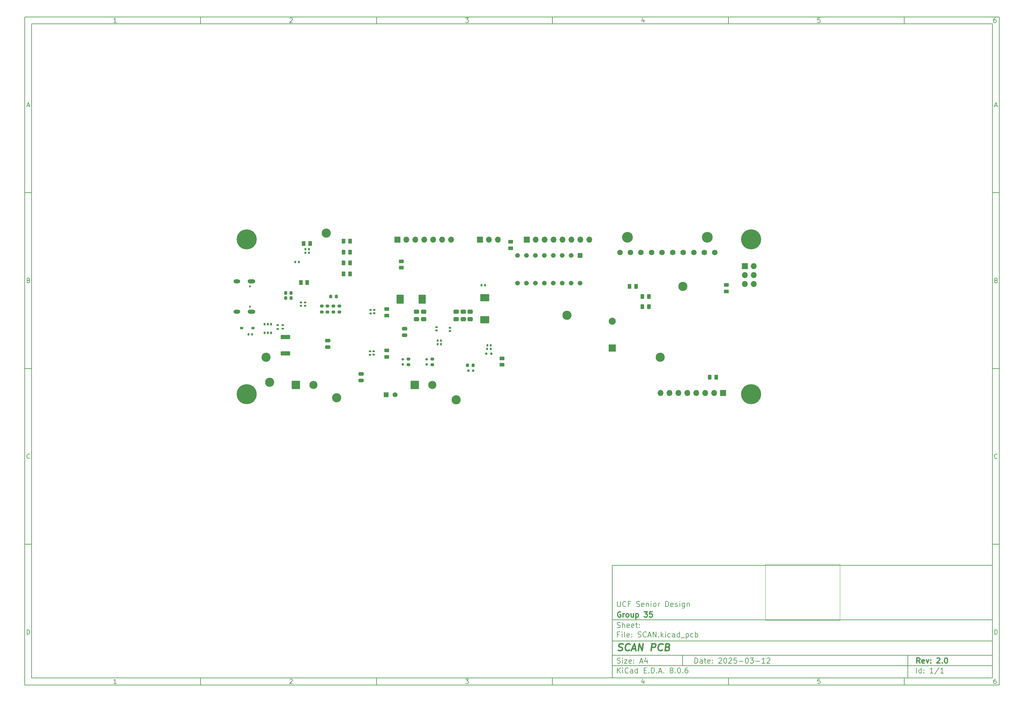
<source format=gbr>
G04 #@! TF.GenerationSoftware,KiCad,Pcbnew,8.0.6*
G04 #@! TF.CreationDate,2025-03-13T06:31:50-04:00*
G04 #@! TF.ProjectId,SCAN,5343414e-2e6b-4696-9361-645f70636258,2.0*
G04 #@! TF.SameCoordinates,Original*
G04 #@! TF.FileFunction,Soldermask,Bot*
G04 #@! TF.FilePolarity,Negative*
%FSLAX46Y46*%
G04 Gerber Fmt 4.6, Leading zero omitted, Abs format (unit mm)*
G04 Created by KiCad (PCBNEW 8.0.6) date 2025-03-13 06:31:50*
%MOMM*%
%LPD*%
G01*
G04 APERTURE LIST*
G04 Aperture macros list*
%AMRoundRect*
0 Rectangle with rounded corners*
0 $1 Rounding radius*
0 $2 $3 $4 $5 $6 $7 $8 $9 X,Y pos of 4 corners*
0 Add a 4 corners polygon primitive as box body*
4,1,4,$2,$3,$4,$5,$6,$7,$8,$9,$2,$3,0*
0 Add four circle primitives for the rounded corners*
1,1,$1+$1,$2,$3*
1,1,$1+$1,$4,$5*
1,1,$1+$1,$6,$7*
1,1,$1+$1,$8,$9*
0 Add four rect primitives between the rounded corners*
20,1,$1+$1,$2,$3,$4,$5,0*
20,1,$1+$1,$4,$5,$6,$7,0*
20,1,$1+$1,$6,$7,$8,$9,0*
20,1,$1+$1,$8,$9,$2,$3,0*%
G04 Aperture macros list end*
%ADD10C,0.100000*%
%ADD11C,0.150000*%
%ADD12C,0.300000*%
%ADD13C,0.400000*%
%ADD14C,3.048000*%
%ADD15C,1.574800*%
%ADD16R,2.000000X2.000000*%
%ADD17C,2.000000*%
%ADD18C,2.604000*%
%ADD19R,1.700000X1.700000*%
%ADD20O,1.700000X1.700000*%
%ADD21RoundRect,0.102000X-1.050000X-1.050000X1.050000X-1.050000X1.050000X1.050000X-1.050000X1.050000X0*%
%ADD22C,2.304000*%
%ADD23C,0.600000*%
%ADD24O,2.204000X1.104000*%
%ADD25O,1.904000X1.104000*%
%ADD26C,5.700000*%
%ADD27R,1.416000X1.416000*%
%ADD28C,1.416000*%
%ADD29RoundRect,0.102000X-0.565000X0.565000X-0.565000X-0.565000X0.565000X-0.565000X0.565000X0.565000X0*%
%ADD30C,1.334000*%
%ADD31RoundRect,0.250000X-0.262500X-0.450000X0.262500X-0.450000X0.262500X0.450000X-0.262500X0.450000X0*%
%ADD32RoundRect,0.250000X-0.450000X0.262500X-0.450000X-0.262500X0.450000X-0.262500X0.450000X0.262500X0*%
%ADD33RoundRect,0.150000X0.150000X0.200000X-0.150000X0.200000X-0.150000X-0.200000X0.150000X-0.200000X0*%
%ADD34R,0.508000X0.800100*%
%ADD35RoundRect,0.250000X0.262500X0.450000X-0.262500X0.450000X-0.262500X-0.450000X0.262500X-0.450000X0*%
%ADD36RoundRect,0.200000X0.275000X-0.200000X0.275000X0.200000X-0.275000X0.200000X-0.275000X-0.200000X0*%
%ADD37RoundRect,0.135000X0.185000X-0.135000X0.185000X0.135000X-0.185000X0.135000X-0.185000X-0.135000X0*%
%ADD38RoundRect,0.140000X0.140000X0.170000X-0.140000X0.170000X-0.140000X-0.170000X0.140000X-0.170000X0*%
%ADD39RoundRect,0.250000X0.475000X-0.337500X0.475000X0.337500X-0.475000X0.337500X-0.475000X-0.337500X0*%
%ADD40RoundRect,0.150000X-0.200000X0.150000X-0.200000X-0.150000X0.200000X-0.150000X0.200000X0.150000X0*%
%ADD41RoundRect,0.200000X-0.275000X0.200000X-0.275000X-0.200000X0.275000X-0.200000X0.275000X0.200000X0*%
%ADD42RoundRect,0.250000X-0.475000X0.250000X-0.475000X-0.250000X0.475000X-0.250000X0.475000X0.250000X0*%
%ADD43RoundRect,0.135000X-0.185000X0.135000X-0.185000X-0.135000X0.185000X-0.135000X0.185000X0.135000X0*%
%ADD44RoundRect,0.140000X-0.140000X-0.170000X0.140000X-0.170000X0.140000X0.170000X-0.140000X0.170000X0*%
%ADD45RoundRect,0.225000X-0.225000X-0.250000X0.225000X-0.250000X0.225000X0.250000X-0.225000X0.250000X0*%
%ADD46RoundRect,0.200000X-0.200000X-0.275000X0.200000X-0.275000X0.200000X0.275000X-0.200000X0.275000X0*%
%ADD47RoundRect,0.250000X1.025000X-0.787500X1.025000X0.787500X-1.025000X0.787500X-1.025000X-0.787500X0*%
%ADD48RoundRect,0.135000X0.135000X0.185000X-0.135000X0.185000X-0.135000X-0.185000X0.135000X-0.185000X0*%
%ADD49RoundRect,0.140000X-0.170000X0.140000X-0.170000X-0.140000X0.170000X-0.140000X0.170000X0.140000X0*%
%ADD50RoundRect,0.140000X0.170000X-0.140000X0.170000X0.140000X-0.170000X0.140000X-0.170000X-0.140000X0*%
%ADD51RoundRect,0.135000X-0.135000X-0.185000X0.135000X-0.185000X0.135000X0.185000X-0.135000X0.185000X0*%
%ADD52RoundRect,0.250000X-0.787500X-1.025000X0.787500X-1.025000X0.787500X1.025000X-0.787500X1.025000X0*%
%ADD53RoundRect,0.200000X0.200000X0.275000X-0.200000X0.275000X-0.200000X-0.275000X0.200000X-0.275000X0*%
%ADD54RoundRect,0.250000X0.450000X-0.262500X0.450000X0.262500X-0.450000X0.262500X-0.450000X-0.262500X0*%
%ADD55RoundRect,0.250000X1.075000X-0.362500X1.075000X0.362500X-1.075000X0.362500X-1.075000X-0.362500X0*%
%ADD56R,0.820000X0.760000*%
G04 APERTURE END LIST*
D10*
X220538867Y-165653700D02*
X220538867Y-181528700D01*
X241705533Y-181528700D01*
X241705533Y-165653700D01*
X220538867Y-165653700D01*
D11*
X177002200Y-166007200D02*
X285002200Y-166007200D01*
X285002200Y-198007200D01*
X177002200Y-198007200D01*
X177002200Y-166007200D01*
D10*
D11*
X10000000Y-10000000D02*
X287002200Y-10000000D01*
X287002200Y-200007200D01*
X10000000Y-200007200D01*
X10000000Y-10000000D01*
D10*
D11*
X12000000Y-12000000D02*
X285002200Y-12000000D01*
X285002200Y-198007200D01*
X12000000Y-198007200D01*
X12000000Y-12000000D01*
D10*
D11*
X60000000Y-12000000D02*
X60000000Y-10000000D01*
D10*
D11*
X110000000Y-12000000D02*
X110000000Y-10000000D01*
D10*
D11*
X160000000Y-12000000D02*
X160000000Y-10000000D01*
D10*
D11*
X210000000Y-12000000D02*
X210000000Y-10000000D01*
D10*
D11*
X260000000Y-12000000D02*
X260000000Y-10000000D01*
D10*
D11*
X36089160Y-11593604D02*
X35346303Y-11593604D01*
X35717731Y-11593604D02*
X35717731Y-10293604D01*
X35717731Y-10293604D02*
X35593922Y-10479319D01*
X35593922Y-10479319D02*
X35470112Y-10603128D01*
X35470112Y-10603128D02*
X35346303Y-10665033D01*
D10*
D11*
X85346303Y-10417414D02*
X85408207Y-10355509D01*
X85408207Y-10355509D02*
X85532017Y-10293604D01*
X85532017Y-10293604D02*
X85841541Y-10293604D01*
X85841541Y-10293604D02*
X85965350Y-10355509D01*
X85965350Y-10355509D02*
X86027255Y-10417414D01*
X86027255Y-10417414D02*
X86089160Y-10541223D01*
X86089160Y-10541223D02*
X86089160Y-10665033D01*
X86089160Y-10665033D02*
X86027255Y-10850747D01*
X86027255Y-10850747D02*
X85284398Y-11593604D01*
X85284398Y-11593604D02*
X86089160Y-11593604D01*
D10*
D11*
X135284398Y-10293604D02*
X136089160Y-10293604D01*
X136089160Y-10293604D02*
X135655826Y-10788842D01*
X135655826Y-10788842D02*
X135841541Y-10788842D01*
X135841541Y-10788842D02*
X135965350Y-10850747D01*
X135965350Y-10850747D02*
X136027255Y-10912652D01*
X136027255Y-10912652D02*
X136089160Y-11036461D01*
X136089160Y-11036461D02*
X136089160Y-11345985D01*
X136089160Y-11345985D02*
X136027255Y-11469795D01*
X136027255Y-11469795D02*
X135965350Y-11531700D01*
X135965350Y-11531700D02*
X135841541Y-11593604D01*
X135841541Y-11593604D02*
X135470112Y-11593604D01*
X135470112Y-11593604D02*
X135346303Y-11531700D01*
X135346303Y-11531700D02*
X135284398Y-11469795D01*
D10*
D11*
X185965350Y-10726938D02*
X185965350Y-11593604D01*
X185655826Y-10231700D02*
X185346303Y-11160271D01*
X185346303Y-11160271D02*
X186151064Y-11160271D01*
D10*
D11*
X236027255Y-10293604D02*
X235408207Y-10293604D01*
X235408207Y-10293604D02*
X235346303Y-10912652D01*
X235346303Y-10912652D02*
X235408207Y-10850747D01*
X235408207Y-10850747D02*
X235532017Y-10788842D01*
X235532017Y-10788842D02*
X235841541Y-10788842D01*
X235841541Y-10788842D02*
X235965350Y-10850747D01*
X235965350Y-10850747D02*
X236027255Y-10912652D01*
X236027255Y-10912652D02*
X236089160Y-11036461D01*
X236089160Y-11036461D02*
X236089160Y-11345985D01*
X236089160Y-11345985D02*
X236027255Y-11469795D01*
X236027255Y-11469795D02*
X235965350Y-11531700D01*
X235965350Y-11531700D02*
X235841541Y-11593604D01*
X235841541Y-11593604D02*
X235532017Y-11593604D01*
X235532017Y-11593604D02*
X235408207Y-11531700D01*
X235408207Y-11531700D02*
X235346303Y-11469795D01*
D10*
D11*
X285965350Y-10293604D02*
X285717731Y-10293604D01*
X285717731Y-10293604D02*
X285593922Y-10355509D01*
X285593922Y-10355509D02*
X285532017Y-10417414D01*
X285532017Y-10417414D02*
X285408207Y-10603128D01*
X285408207Y-10603128D02*
X285346303Y-10850747D01*
X285346303Y-10850747D02*
X285346303Y-11345985D01*
X285346303Y-11345985D02*
X285408207Y-11469795D01*
X285408207Y-11469795D02*
X285470112Y-11531700D01*
X285470112Y-11531700D02*
X285593922Y-11593604D01*
X285593922Y-11593604D02*
X285841541Y-11593604D01*
X285841541Y-11593604D02*
X285965350Y-11531700D01*
X285965350Y-11531700D02*
X286027255Y-11469795D01*
X286027255Y-11469795D02*
X286089160Y-11345985D01*
X286089160Y-11345985D02*
X286089160Y-11036461D01*
X286089160Y-11036461D02*
X286027255Y-10912652D01*
X286027255Y-10912652D02*
X285965350Y-10850747D01*
X285965350Y-10850747D02*
X285841541Y-10788842D01*
X285841541Y-10788842D02*
X285593922Y-10788842D01*
X285593922Y-10788842D02*
X285470112Y-10850747D01*
X285470112Y-10850747D02*
X285408207Y-10912652D01*
X285408207Y-10912652D02*
X285346303Y-11036461D01*
D10*
D11*
X60000000Y-198007200D02*
X60000000Y-200007200D01*
D10*
D11*
X110000000Y-198007200D02*
X110000000Y-200007200D01*
D10*
D11*
X160000000Y-198007200D02*
X160000000Y-200007200D01*
D10*
D11*
X210000000Y-198007200D02*
X210000000Y-200007200D01*
D10*
D11*
X260000000Y-198007200D02*
X260000000Y-200007200D01*
D10*
D11*
X36089160Y-199600804D02*
X35346303Y-199600804D01*
X35717731Y-199600804D02*
X35717731Y-198300804D01*
X35717731Y-198300804D02*
X35593922Y-198486519D01*
X35593922Y-198486519D02*
X35470112Y-198610328D01*
X35470112Y-198610328D02*
X35346303Y-198672233D01*
D10*
D11*
X85346303Y-198424614D02*
X85408207Y-198362709D01*
X85408207Y-198362709D02*
X85532017Y-198300804D01*
X85532017Y-198300804D02*
X85841541Y-198300804D01*
X85841541Y-198300804D02*
X85965350Y-198362709D01*
X85965350Y-198362709D02*
X86027255Y-198424614D01*
X86027255Y-198424614D02*
X86089160Y-198548423D01*
X86089160Y-198548423D02*
X86089160Y-198672233D01*
X86089160Y-198672233D02*
X86027255Y-198857947D01*
X86027255Y-198857947D02*
X85284398Y-199600804D01*
X85284398Y-199600804D02*
X86089160Y-199600804D01*
D10*
D11*
X135284398Y-198300804D02*
X136089160Y-198300804D01*
X136089160Y-198300804D02*
X135655826Y-198796042D01*
X135655826Y-198796042D02*
X135841541Y-198796042D01*
X135841541Y-198796042D02*
X135965350Y-198857947D01*
X135965350Y-198857947D02*
X136027255Y-198919852D01*
X136027255Y-198919852D02*
X136089160Y-199043661D01*
X136089160Y-199043661D02*
X136089160Y-199353185D01*
X136089160Y-199353185D02*
X136027255Y-199476995D01*
X136027255Y-199476995D02*
X135965350Y-199538900D01*
X135965350Y-199538900D02*
X135841541Y-199600804D01*
X135841541Y-199600804D02*
X135470112Y-199600804D01*
X135470112Y-199600804D02*
X135346303Y-199538900D01*
X135346303Y-199538900D02*
X135284398Y-199476995D01*
D10*
D11*
X185965350Y-198734138D02*
X185965350Y-199600804D01*
X185655826Y-198238900D02*
X185346303Y-199167471D01*
X185346303Y-199167471D02*
X186151064Y-199167471D01*
D10*
D11*
X236027255Y-198300804D02*
X235408207Y-198300804D01*
X235408207Y-198300804D02*
X235346303Y-198919852D01*
X235346303Y-198919852D02*
X235408207Y-198857947D01*
X235408207Y-198857947D02*
X235532017Y-198796042D01*
X235532017Y-198796042D02*
X235841541Y-198796042D01*
X235841541Y-198796042D02*
X235965350Y-198857947D01*
X235965350Y-198857947D02*
X236027255Y-198919852D01*
X236027255Y-198919852D02*
X236089160Y-199043661D01*
X236089160Y-199043661D02*
X236089160Y-199353185D01*
X236089160Y-199353185D02*
X236027255Y-199476995D01*
X236027255Y-199476995D02*
X235965350Y-199538900D01*
X235965350Y-199538900D02*
X235841541Y-199600804D01*
X235841541Y-199600804D02*
X235532017Y-199600804D01*
X235532017Y-199600804D02*
X235408207Y-199538900D01*
X235408207Y-199538900D02*
X235346303Y-199476995D01*
D10*
D11*
X285965350Y-198300804D02*
X285717731Y-198300804D01*
X285717731Y-198300804D02*
X285593922Y-198362709D01*
X285593922Y-198362709D02*
X285532017Y-198424614D01*
X285532017Y-198424614D02*
X285408207Y-198610328D01*
X285408207Y-198610328D02*
X285346303Y-198857947D01*
X285346303Y-198857947D02*
X285346303Y-199353185D01*
X285346303Y-199353185D02*
X285408207Y-199476995D01*
X285408207Y-199476995D02*
X285470112Y-199538900D01*
X285470112Y-199538900D02*
X285593922Y-199600804D01*
X285593922Y-199600804D02*
X285841541Y-199600804D01*
X285841541Y-199600804D02*
X285965350Y-199538900D01*
X285965350Y-199538900D02*
X286027255Y-199476995D01*
X286027255Y-199476995D02*
X286089160Y-199353185D01*
X286089160Y-199353185D02*
X286089160Y-199043661D01*
X286089160Y-199043661D02*
X286027255Y-198919852D01*
X286027255Y-198919852D02*
X285965350Y-198857947D01*
X285965350Y-198857947D02*
X285841541Y-198796042D01*
X285841541Y-198796042D02*
X285593922Y-198796042D01*
X285593922Y-198796042D02*
X285470112Y-198857947D01*
X285470112Y-198857947D02*
X285408207Y-198919852D01*
X285408207Y-198919852D02*
X285346303Y-199043661D01*
D10*
D11*
X10000000Y-60000000D02*
X12000000Y-60000000D01*
D10*
D11*
X10000000Y-110000000D02*
X12000000Y-110000000D01*
D10*
D11*
X10000000Y-160000000D02*
X12000000Y-160000000D01*
D10*
D11*
X10690476Y-35222176D02*
X11309523Y-35222176D01*
X10566666Y-35593604D02*
X10999999Y-34293604D01*
X10999999Y-34293604D02*
X11433333Y-35593604D01*
D10*
D11*
X11092857Y-84912652D02*
X11278571Y-84974557D01*
X11278571Y-84974557D02*
X11340476Y-85036461D01*
X11340476Y-85036461D02*
X11402380Y-85160271D01*
X11402380Y-85160271D02*
X11402380Y-85345985D01*
X11402380Y-85345985D02*
X11340476Y-85469795D01*
X11340476Y-85469795D02*
X11278571Y-85531700D01*
X11278571Y-85531700D02*
X11154761Y-85593604D01*
X11154761Y-85593604D02*
X10659523Y-85593604D01*
X10659523Y-85593604D02*
X10659523Y-84293604D01*
X10659523Y-84293604D02*
X11092857Y-84293604D01*
X11092857Y-84293604D02*
X11216666Y-84355509D01*
X11216666Y-84355509D02*
X11278571Y-84417414D01*
X11278571Y-84417414D02*
X11340476Y-84541223D01*
X11340476Y-84541223D02*
X11340476Y-84665033D01*
X11340476Y-84665033D02*
X11278571Y-84788842D01*
X11278571Y-84788842D02*
X11216666Y-84850747D01*
X11216666Y-84850747D02*
X11092857Y-84912652D01*
X11092857Y-84912652D02*
X10659523Y-84912652D01*
D10*
D11*
X11402380Y-135469795D02*
X11340476Y-135531700D01*
X11340476Y-135531700D02*
X11154761Y-135593604D01*
X11154761Y-135593604D02*
X11030952Y-135593604D01*
X11030952Y-135593604D02*
X10845238Y-135531700D01*
X10845238Y-135531700D02*
X10721428Y-135407890D01*
X10721428Y-135407890D02*
X10659523Y-135284080D01*
X10659523Y-135284080D02*
X10597619Y-135036461D01*
X10597619Y-135036461D02*
X10597619Y-134850747D01*
X10597619Y-134850747D02*
X10659523Y-134603128D01*
X10659523Y-134603128D02*
X10721428Y-134479319D01*
X10721428Y-134479319D02*
X10845238Y-134355509D01*
X10845238Y-134355509D02*
X11030952Y-134293604D01*
X11030952Y-134293604D02*
X11154761Y-134293604D01*
X11154761Y-134293604D02*
X11340476Y-134355509D01*
X11340476Y-134355509D02*
X11402380Y-134417414D01*
D10*
D11*
X10659523Y-185593604D02*
X10659523Y-184293604D01*
X10659523Y-184293604D02*
X10969047Y-184293604D01*
X10969047Y-184293604D02*
X11154761Y-184355509D01*
X11154761Y-184355509D02*
X11278571Y-184479319D01*
X11278571Y-184479319D02*
X11340476Y-184603128D01*
X11340476Y-184603128D02*
X11402380Y-184850747D01*
X11402380Y-184850747D02*
X11402380Y-185036461D01*
X11402380Y-185036461D02*
X11340476Y-185284080D01*
X11340476Y-185284080D02*
X11278571Y-185407890D01*
X11278571Y-185407890D02*
X11154761Y-185531700D01*
X11154761Y-185531700D02*
X10969047Y-185593604D01*
X10969047Y-185593604D02*
X10659523Y-185593604D01*
D10*
D11*
X287002200Y-60000000D02*
X285002200Y-60000000D01*
D10*
D11*
X287002200Y-110000000D02*
X285002200Y-110000000D01*
D10*
D11*
X287002200Y-160000000D02*
X285002200Y-160000000D01*
D10*
D11*
X285692676Y-35222176D02*
X286311723Y-35222176D01*
X285568866Y-35593604D02*
X286002199Y-34293604D01*
X286002199Y-34293604D02*
X286435533Y-35593604D01*
D10*
D11*
X286095057Y-84912652D02*
X286280771Y-84974557D01*
X286280771Y-84974557D02*
X286342676Y-85036461D01*
X286342676Y-85036461D02*
X286404580Y-85160271D01*
X286404580Y-85160271D02*
X286404580Y-85345985D01*
X286404580Y-85345985D02*
X286342676Y-85469795D01*
X286342676Y-85469795D02*
X286280771Y-85531700D01*
X286280771Y-85531700D02*
X286156961Y-85593604D01*
X286156961Y-85593604D02*
X285661723Y-85593604D01*
X285661723Y-85593604D02*
X285661723Y-84293604D01*
X285661723Y-84293604D02*
X286095057Y-84293604D01*
X286095057Y-84293604D02*
X286218866Y-84355509D01*
X286218866Y-84355509D02*
X286280771Y-84417414D01*
X286280771Y-84417414D02*
X286342676Y-84541223D01*
X286342676Y-84541223D02*
X286342676Y-84665033D01*
X286342676Y-84665033D02*
X286280771Y-84788842D01*
X286280771Y-84788842D02*
X286218866Y-84850747D01*
X286218866Y-84850747D02*
X286095057Y-84912652D01*
X286095057Y-84912652D02*
X285661723Y-84912652D01*
D10*
D11*
X286404580Y-135469795D02*
X286342676Y-135531700D01*
X286342676Y-135531700D02*
X286156961Y-135593604D01*
X286156961Y-135593604D02*
X286033152Y-135593604D01*
X286033152Y-135593604D02*
X285847438Y-135531700D01*
X285847438Y-135531700D02*
X285723628Y-135407890D01*
X285723628Y-135407890D02*
X285661723Y-135284080D01*
X285661723Y-135284080D02*
X285599819Y-135036461D01*
X285599819Y-135036461D02*
X285599819Y-134850747D01*
X285599819Y-134850747D02*
X285661723Y-134603128D01*
X285661723Y-134603128D02*
X285723628Y-134479319D01*
X285723628Y-134479319D02*
X285847438Y-134355509D01*
X285847438Y-134355509D02*
X286033152Y-134293604D01*
X286033152Y-134293604D02*
X286156961Y-134293604D01*
X286156961Y-134293604D02*
X286342676Y-134355509D01*
X286342676Y-134355509D02*
X286404580Y-134417414D01*
D10*
D11*
X285661723Y-185593604D02*
X285661723Y-184293604D01*
X285661723Y-184293604D02*
X285971247Y-184293604D01*
X285971247Y-184293604D02*
X286156961Y-184355509D01*
X286156961Y-184355509D02*
X286280771Y-184479319D01*
X286280771Y-184479319D02*
X286342676Y-184603128D01*
X286342676Y-184603128D02*
X286404580Y-184850747D01*
X286404580Y-184850747D02*
X286404580Y-185036461D01*
X286404580Y-185036461D02*
X286342676Y-185284080D01*
X286342676Y-185284080D02*
X286280771Y-185407890D01*
X286280771Y-185407890D02*
X286156961Y-185531700D01*
X286156961Y-185531700D02*
X285971247Y-185593604D01*
X285971247Y-185593604D02*
X285661723Y-185593604D01*
D10*
D11*
X200458026Y-193793328D02*
X200458026Y-192293328D01*
X200458026Y-192293328D02*
X200815169Y-192293328D01*
X200815169Y-192293328D02*
X201029455Y-192364757D01*
X201029455Y-192364757D02*
X201172312Y-192507614D01*
X201172312Y-192507614D02*
X201243741Y-192650471D01*
X201243741Y-192650471D02*
X201315169Y-192936185D01*
X201315169Y-192936185D02*
X201315169Y-193150471D01*
X201315169Y-193150471D02*
X201243741Y-193436185D01*
X201243741Y-193436185D02*
X201172312Y-193579042D01*
X201172312Y-193579042D02*
X201029455Y-193721900D01*
X201029455Y-193721900D02*
X200815169Y-193793328D01*
X200815169Y-193793328D02*
X200458026Y-193793328D01*
X202600884Y-193793328D02*
X202600884Y-193007614D01*
X202600884Y-193007614D02*
X202529455Y-192864757D01*
X202529455Y-192864757D02*
X202386598Y-192793328D01*
X202386598Y-192793328D02*
X202100884Y-192793328D01*
X202100884Y-192793328D02*
X201958026Y-192864757D01*
X202600884Y-193721900D02*
X202458026Y-193793328D01*
X202458026Y-193793328D02*
X202100884Y-193793328D01*
X202100884Y-193793328D02*
X201958026Y-193721900D01*
X201958026Y-193721900D02*
X201886598Y-193579042D01*
X201886598Y-193579042D02*
X201886598Y-193436185D01*
X201886598Y-193436185D02*
X201958026Y-193293328D01*
X201958026Y-193293328D02*
X202100884Y-193221900D01*
X202100884Y-193221900D02*
X202458026Y-193221900D01*
X202458026Y-193221900D02*
X202600884Y-193150471D01*
X203100884Y-192793328D02*
X203672312Y-192793328D01*
X203315169Y-192293328D02*
X203315169Y-193579042D01*
X203315169Y-193579042D02*
X203386598Y-193721900D01*
X203386598Y-193721900D02*
X203529455Y-193793328D01*
X203529455Y-193793328D02*
X203672312Y-193793328D01*
X204743741Y-193721900D02*
X204600884Y-193793328D01*
X204600884Y-193793328D02*
X204315170Y-193793328D01*
X204315170Y-193793328D02*
X204172312Y-193721900D01*
X204172312Y-193721900D02*
X204100884Y-193579042D01*
X204100884Y-193579042D02*
X204100884Y-193007614D01*
X204100884Y-193007614D02*
X204172312Y-192864757D01*
X204172312Y-192864757D02*
X204315170Y-192793328D01*
X204315170Y-192793328D02*
X204600884Y-192793328D01*
X204600884Y-192793328D02*
X204743741Y-192864757D01*
X204743741Y-192864757D02*
X204815170Y-193007614D01*
X204815170Y-193007614D02*
X204815170Y-193150471D01*
X204815170Y-193150471D02*
X204100884Y-193293328D01*
X205458026Y-193650471D02*
X205529455Y-193721900D01*
X205529455Y-193721900D02*
X205458026Y-193793328D01*
X205458026Y-193793328D02*
X205386598Y-193721900D01*
X205386598Y-193721900D02*
X205458026Y-193650471D01*
X205458026Y-193650471D02*
X205458026Y-193793328D01*
X205458026Y-192864757D02*
X205529455Y-192936185D01*
X205529455Y-192936185D02*
X205458026Y-193007614D01*
X205458026Y-193007614D02*
X205386598Y-192936185D01*
X205386598Y-192936185D02*
X205458026Y-192864757D01*
X205458026Y-192864757D02*
X205458026Y-193007614D01*
X207243741Y-192436185D02*
X207315169Y-192364757D01*
X207315169Y-192364757D02*
X207458027Y-192293328D01*
X207458027Y-192293328D02*
X207815169Y-192293328D01*
X207815169Y-192293328D02*
X207958027Y-192364757D01*
X207958027Y-192364757D02*
X208029455Y-192436185D01*
X208029455Y-192436185D02*
X208100884Y-192579042D01*
X208100884Y-192579042D02*
X208100884Y-192721900D01*
X208100884Y-192721900D02*
X208029455Y-192936185D01*
X208029455Y-192936185D02*
X207172312Y-193793328D01*
X207172312Y-193793328D02*
X208100884Y-193793328D01*
X209029455Y-192293328D02*
X209172312Y-192293328D01*
X209172312Y-192293328D02*
X209315169Y-192364757D01*
X209315169Y-192364757D02*
X209386598Y-192436185D01*
X209386598Y-192436185D02*
X209458026Y-192579042D01*
X209458026Y-192579042D02*
X209529455Y-192864757D01*
X209529455Y-192864757D02*
X209529455Y-193221900D01*
X209529455Y-193221900D02*
X209458026Y-193507614D01*
X209458026Y-193507614D02*
X209386598Y-193650471D01*
X209386598Y-193650471D02*
X209315169Y-193721900D01*
X209315169Y-193721900D02*
X209172312Y-193793328D01*
X209172312Y-193793328D02*
X209029455Y-193793328D01*
X209029455Y-193793328D02*
X208886598Y-193721900D01*
X208886598Y-193721900D02*
X208815169Y-193650471D01*
X208815169Y-193650471D02*
X208743740Y-193507614D01*
X208743740Y-193507614D02*
X208672312Y-193221900D01*
X208672312Y-193221900D02*
X208672312Y-192864757D01*
X208672312Y-192864757D02*
X208743740Y-192579042D01*
X208743740Y-192579042D02*
X208815169Y-192436185D01*
X208815169Y-192436185D02*
X208886598Y-192364757D01*
X208886598Y-192364757D02*
X209029455Y-192293328D01*
X210100883Y-192436185D02*
X210172311Y-192364757D01*
X210172311Y-192364757D02*
X210315169Y-192293328D01*
X210315169Y-192293328D02*
X210672311Y-192293328D01*
X210672311Y-192293328D02*
X210815169Y-192364757D01*
X210815169Y-192364757D02*
X210886597Y-192436185D01*
X210886597Y-192436185D02*
X210958026Y-192579042D01*
X210958026Y-192579042D02*
X210958026Y-192721900D01*
X210958026Y-192721900D02*
X210886597Y-192936185D01*
X210886597Y-192936185D02*
X210029454Y-193793328D01*
X210029454Y-193793328D02*
X210958026Y-193793328D01*
X212315168Y-192293328D02*
X211600882Y-192293328D01*
X211600882Y-192293328D02*
X211529454Y-193007614D01*
X211529454Y-193007614D02*
X211600882Y-192936185D01*
X211600882Y-192936185D02*
X211743740Y-192864757D01*
X211743740Y-192864757D02*
X212100882Y-192864757D01*
X212100882Y-192864757D02*
X212243740Y-192936185D01*
X212243740Y-192936185D02*
X212315168Y-193007614D01*
X212315168Y-193007614D02*
X212386597Y-193150471D01*
X212386597Y-193150471D02*
X212386597Y-193507614D01*
X212386597Y-193507614D02*
X212315168Y-193650471D01*
X212315168Y-193650471D02*
X212243740Y-193721900D01*
X212243740Y-193721900D02*
X212100882Y-193793328D01*
X212100882Y-193793328D02*
X211743740Y-193793328D01*
X211743740Y-193793328D02*
X211600882Y-193721900D01*
X211600882Y-193721900D02*
X211529454Y-193650471D01*
X213029453Y-193221900D02*
X214172311Y-193221900D01*
X215172311Y-192293328D02*
X215315168Y-192293328D01*
X215315168Y-192293328D02*
X215458025Y-192364757D01*
X215458025Y-192364757D02*
X215529454Y-192436185D01*
X215529454Y-192436185D02*
X215600882Y-192579042D01*
X215600882Y-192579042D02*
X215672311Y-192864757D01*
X215672311Y-192864757D02*
X215672311Y-193221900D01*
X215672311Y-193221900D02*
X215600882Y-193507614D01*
X215600882Y-193507614D02*
X215529454Y-193650471D01*
X215529454Y-193650471D02*
X215458025Y-193721900D01*
X215458025Y-193721900D02*
X215315168Y-193793328D01*
X215315168Y-193793328D02*
X215172311Y-193793328D01*
X215172311Y-193793328D02*
X215029454Y-193721900D01*
X215029454Y-193721900D02*
X214958025Y-193650471D01*
X214958025Y-193650471D02*
X214886596Y-193507614D01*
X214886596Y-193507614D02*
X214815168Y-193221900D01*
X214815168Y-193221900D02*
X214815168Y-192864757D01*
X214815168Y-192864757D02*
X214886596Y-192579042D01*
X214886596Y-192579042D02*
X214958025Y-192436185D01*
X214958025Y-192436185D02*
X215029454Y-192364757D01*
X215029454Y-192364757D02*
X215172311Y-192293328D01*
X216172310Y-192293328D02*
X217100882Y-192293328D01*
X217100882Y-192293328D02*
X216600882Y-192864757D01*
X216600882Y-192864757D02*
X216815167Y-192864757D01*
X216815167Y-192864757D02*
X216958025Y-192936185D01*
X216958025Y-192936185D02*
X217029453Y-193007614D01*
X217029453Y-193007614D02*
X217100882Y-193150471D01*
X217100882Y-193150471D02*
X217100882Y-193507614D01*
X217100882Y-193507614D02*
X217029453Y-193650471D01*
X217029453Y-193650471D02*
X216958025Y-193721900D01*
X216958025Y-193721900D02*
X216815167Y-193793328D01*
X216815167Y-193793328D02*
X216386596Y-193793328D01*
X216386596Y-193793328D02*
X216243739Y-193721900D01*
X216243739Y-193721900D02*
X216172310Y-193650471D01*
X217743738Y-193221900D02*
X218886596Y-193221900D01*
X220386596Y-193793328D02*
X219529453Y-193793328D01*
X219958024Y-193793328D02*
X219958024Y-192293328D01*
X219958024Y-192293328D02*
X219815167Y-192507614D01*
X219815167Y-192507614D02*
X219672310Y-192650471D01*
X219672310Y-192650471D02*
X219529453Y-192721900D01*
X220958024Y-192436185D02*
X221029452Y-192364757D01*
X221029452Y-192364757D02*
X221172310Y-192293328D01*
X221172310Y-192293328D02*
X221529452Y-192293328D01*
X221529452Y-192293328D02*
X221672310Y-192364757D01*
X221672310Y-192364757D02*
X221743738Y-192436185D01*
X221743738Y-192436185D02*
X221815167Y-192579042D01*
X221815167Y-192579042D02*
X221815167Y-192721900D01*
X221815167Y-192721900D02*
X221743738Y-192936185D01*
X221743738Y-192936185D02*
X220886595Y-193793328D01*
X220886595Y-193793328D02*
X221815167Y-193793328D01*
D10*
D11*
X177002200Y-194507200D02*
X285002200Y-194507200D01*
D10*
D11*
X178458026Y-196593328D02*
X178458026Y-195093328D01*
X179315169Y-196593328D02*
X178672312Y-195736185D01*
X179315169Y-195093328D02*
X178458026Y-195950471D01*
X179958026Y-196593328D02*
X179958026Y-195593328D01*
X179958026Y-195093328D02*
X179886598Y-195164757D01*
X179886598Y-195164757D02*
X179958026Y-195236185D01*
X179958026Y-195236185D02*
X180029455Y-195164757D01*
X180029455Y-195164757D02*
X179958026Y-195093328D01*
X179958026Y-195093328D02*
X179958026Y-195236185D01*
X181529455Y-196450471D02*
X181458027Y-196521900D01*
X181458027Y-196521900D02*
X181243741Y-196593328D01*
X181243741Y-196593328D02*
X181100884Y-196593328D01*
X181100884Y-196593328D02*
X180886598Y-196521900D01*
X180886598Y-196521900D02*
X180743741Y-196379042D01*
X180743741Y-196379042D02*
X180672312Y-196236185D01*
X180672312Y-196236185D02*
X180600884Y-195950471D01*
X180600884Y-195950471D02*
X180600884Y-195736185D01*
X180600884Y-195736185D02*
X180672312Y-195450471D01*
X180672312Y-195450471D02*
X180743741Y-195307614D01*
X180743741Y-195307614D02*
X180886598Y-195164757D01*
X180886598Y-195164757D02*
X181100884Y-195093328D01*
X181100884Y-195093328D02*
X181243741Y-195093328D01*
X181243741Y-195093328D02*
X181458027Y-195164757D01*
X181458027Y-195164757D02*
X181529455Y-195236185D01*
X182815170Y-196593328D02*
X182815170Y-195807614D01*
X182815170Y-195807614D02*
X182743741Y-195664757D01*
X182743741Y-195664757D02*
X182600884Y-195593328D01*
X182600884Y-195593328D02*
X182315170Y-195593328D01*
X182315170Y-195593328D02*
X182172312Y-195664757D01*
X182815170Y-196521900D02*
X182672312Y-196593328D01*
X182672312Y-196593328D02*
X182315170Y-196593328D01*
X182315170Y-196593328D02*
X182172312Y-196521900D01*
X182172312Y-196521900D02*
X182100884Y-196379042D01*
X182100884Y-196379042D02*
X182100884Y-196236185D01*
X182100884Y-196236185D02*
X182172312Y-196093328D01*
X182172312Y-196093328D02*
X182315170Y-196021900D01*
X182315170Y-196021900D02*
X182672312Y-196021900D01*
X182672312Y-196021900D02*
X182815170Y-195950471D01*
X184172313Y-196593328D02*
X184172313Y-195093328D01*
X184172313Y-196521900D02*
X184029455Y-196593328D01*
X184029455Y-196593328D02*
X183743741Y-196593328D01*
X183743741Y-196593328D02*
X183600884Y-196521900D01*
X183600884Y-196521900D02*
X183529455Y-196450471D01*
X183529455Y-196450471D02*
X183458027Y-196307614D01*
X183458027Y-196307614D02*
X183458027Y-195879042D01*
X183458027Y-195879042D02*
X183529455Y-195736185D01*
X183529455Y-195736185D02*
X183600884Y-195664757D01*
X183600884Y-195664757D02*
X183743741Y-195593328D01*
X183743741Y-195593328D02*
X184029455Y-195593328D01*
X184029455Y-195593328D02*
X184172313Y-195664757D01*
X186029455Y-195807614D02*
X186529455Y-195807614D01*
X186743741Y-196593328D02*
X186029455Y-196593328D01*
X186029455Y-196593328D02*
X186029455Y-195093328D01*
X186029455Y-195093328D02*
X186743741Y-195093328D01*
X187386598Y-196450471D02*
X187458027Y-196521900D01*
X187458027Y-196521900D02*
X187386598Y-196593328D01*
X187386598Y-196593328D02*
X187315170Y-196521900D01*
X187315170Y-196521900D02*
X187386598Y-196450471D01*
X187386598Y-196450471D02*
X187386598Y-196593328D01*
X188100884Y-196593328D02*
X188100884Y-195093328D01*
X188100884Y-195093328D02*
X188458027Y-195093328D01*
X188458027Y-195093328D02*
X188672313Y-195164757D01*
X188672313Y-195164757D02*
X188815170Y-195307614D01*
X188815170Y-195307614D02*
X188886599Y-195450471D01*
X188886599Y-195450471D02*
X188958027Y-195736185D01*
X188958027Y-195736185D02*
X188958027Y-195950471D01*
X188958027Y-195950471D02*
X188886599Y-196236185D01*
X188886599Y-196236185D02*
X188815170Y-196379042D01*
X188815170Y-196379042D02*
X188672313Y-196521900D01*
X188672313Y-196521900D02*
X188458027Y-196593328D01*
X188458027Y-196593328D02*
X188100884Y-196593328D01*
X189600884Y-196450471D02*
X189672313Y-196521900D01*
X189672313Y-196521900D02*
X189600884Y-196593328D01*
X189600884Y-196593328D02*
X189529456Y-196521900D01*
X189529456Y-196521900D02*
X189600884Y-196450471D01*
X189600884Y-196450471D02*
X189600884Y-196593328D01*
X190243742Y-196164757D02*
X190958028Y-196164757D01*
X190100885Y-196593328D02*
X190600885Y-195093328D01*
X190600885Y-195093328D02*
X191100885Y-196593328D01*
X191600884Y-196450471D02*
X191672313Y-196521900D01*
X191672313Y-196521900D02*
X191600884Y-196593328D01*
X191600884Y-196593328D02*
X191529456Y-196521900D01*
X191529456Y-196521900D02*
X191600884Y-196450471D01*
X191600884Y-196450471D02*
X191600884Y-196593328D01*
X193672313Y-195736185D02*
X193529456Y-195664757D01*
X193529456Y-195664757D02*
X193458027Y-195593328D01*
X193458027Y-195593328D02*
X193386599Y-195450471D01*
X193386599Y-195450471D02*
X193386599Y-195379042D01*
X193386599Y-195379042D02*
X193458027Y-195236185D01*
X193458027Y-195236185D02*
X193529456Y-195164757D01*
X193529456Y-195164757D02*
X193672313Y-195093328D01*
X193672313Y-195093328D02*
X193958027Y-195093328D01*
X193958027Y-195093328D02*
X194100885Y-195164757D01*
X194100885Y-195164757D02*
X194172313Y-195236185D01*
X194172313Y-195236185D02*
X194243742Y-195379042D01*
X194243742Y-195379042D02*
X194243742Y-195450471D01*
X194243742Y-195450471D02*
X194172313Y-195593328D01*
X194172313Y-195593328D02*
X194100885Y-195664757D01*
X194100885Y-195664757D02*
X193958027Y-195736185D01*
X193958027Y-195736185D02*
X193672313Y-195736185D01*
X193672313Y-195736185D02*
X193529456Y-195807614D01*
X193529456Y-195807614D02*
X193458027Y-195879042D01*
X193458027Y-195879042D02*
X193386599Y-196021900D01*
X193386599Y-196021900D02*
X193386599Y-196307614D01*
X193386599Y-196307614D02*
X193458027Y-196450471D01*
X193458027Y-196450471D02*
X193529456Y-196521900D01*
X193529456Y-196521900D02*
X193672313Y-196593328D01*
X193672313Y-196593328D02*
X193958027Y-196593328D01*
X193958027Y-196593328D02*
X194100885Y-196521900D01*
X194100885Y-196521900D02*
X194172313Y-196450471D01*
X194172313Y-196450471D02*
X194243742Y-196307614D01*
X194243742Y-196307614D02*
X194243742Y-196021900D01*
X194243742Y-196021900D02*
X194172313Y-195879042D01*
X194172313Y-195879042D02*
X194100885Y-195807614D01*
X194100885Y-195807614D02*
X193958027Y-195736185D01*
X194886598Y-196450471D02*
X194958027Y-196521900D01*
X194958027Y-196521900D02*
X194886598Y-196593328D01*
X194886598Y-196593328D02*
X194815170Y-196521900D01*
X194815170Y-196521900D02*
X194886598Y-196450471D01*
X194886598Y-196450471D02*
X194886598Y-196593328D01*
X195886599Y-195093328D02*
X196029456Y-195093328D01*
X196029456Y-195093328D02*
X196172313Y-195164757D01*
X196172313Y-195164757D02*
X196243742Y-195236185D01*
X196243742Y-195236185D02*
X196315170Y-195379042D01*
X196315170Y-195379042D02*
X196386599Y-195664757D01*
X196386599Y-195664757D02*
X196386599Y-196021900D01*
X196386599Y-196021900D02*
X196315170Y-196307614D01*
X196315170Y-196307614D02*
X196243742Y-196450471D01*
X196243742Y-196450471D02*
X196172313Y-196521900D01*
X196172313Y-196521900D02*
X196029456Y-196593328D01*
X196029456Y-196593328D02*
X195886599Y-196593328D01*
X195886599Y-196593328D02*
X195743742Y-196521900D01*
X195743742Y-196521900D02*
X195672313Y-196450471D01*
X195672313Y-196450471D02*
X195600884Y-196307614D01*
X195600884Y-196307614D02*
X195529456Y-196021900D01*
X195529456Y-196021900D02*
X195529456Y-195664757D01*
X195529456Y-195664757D02*
X195600884Y-195379042D01*
X195600884Y-195379042D02*
X195672313Y-195236185D01*
X195672313Y-195236185D02*
X195743742Y-195164757D01*
X195743742Y-195164757D02*
X195886599Y-195093328D01*
X197029455Y-196450471D02*
X197100884Y-196521900D01*
X197100884Y-196521900D02*
X197029455Y-196593328D01*
X197029455Y-196593328D02*
X196958027Y-196521900D01*
X196958027Y-196521900D02*
X197029455Y-196450471D01*
X197029455Y-196450471D02*
X197029455Y-196593328D01*
X198386599Y-195093328D02*
X198100884Y-195093328D01*
X198100884Y-195093328D02*
X197958027Y-195164757D01*
X197958027Y-195164757D02*
X197886599Y-195236185D01*
X197886599Y-195236185D02*
X197743741Y-195450471D01*
X197743741Y-195450471D02*
X197672313Y-195736185D01*
X197672313Y-195736185D02*
X197672313Y-196307614D01*
X197672313Y-196307614D02*
X197743741Y-196450471D01*
X197743741Y-196450471D02*
X197815170Y-196521900D01*
X197815170Y-196521900D02*
X197958027Y-196593328D01*
X197958027Y-196593328D02*
X198243741Y-196593328D01*
X198243741Y-196593328D02*
X198386599Y-196521900D01*
X198386599Y-196521900D02*
X198458027Y-196450471D01*
X198458027Y-196450471D02*
X198529456Y-196307614D01*
X198529456Y-196307614D02*
X198529456Y-195950471D01*
X198529456Y-195950471D02*
X198458027Y-195807614D01*
X198458027Y-195807614D02*
X198386599Y-195736185D01*
X198386599Y-195736185D02*
X198243741Y-195664757D01*
X198243741Y-195664757D02*
X197958027Y-195664757D01*
X197958027Y-195664757D02*
X197815170Y-195736185D01*
X197815170Y-195736185D02*
X197743741Y-195807614D01*
X197743741Y-195807614D02*
X197672313Y-195950471D01*
D10*
D11*
X177002200Y-191507200D02*
X285002200Y-191507200D01*
D10*
D12*
X264413853Y-193785528D02*
X263913853Y-193071242D01*
X263556710Y-193785528D02*
X263556710Y-192285528D01*
X263556710Y-192285528D02*
X264128139Y-192285528D01*
X264128139Y-192285528D02*
X264270996Y-192356957D01*
X264270996Y-192356957D02*
X264342425Y-192428385D01*
X264342425Y-192428385D02*
X264413853Y-192571242D01*
X264413853Y-192571242D02*
X264413853Y-192785528D01*
X264413853Y-192785528D02*
X264342425Y-192928385D01*
X264342425Y-192928385D02*
X264270996Y-192999814D01*
X264270996Y-192999814D02*
X264128139Y-193071242D01*
X264128139Y-193071242D02*
X263556710Y-193071242D01*
X265628139Y-193714100D02*
X265485282Y-193785528D01*
X265485282Y-193785528D02*
X265199568Y-193785528D01*
X265199568Y-193785528D02*
X265056710Y-193714100D01*
X265056710Y-193714100D02*
X264985282Y-193571242D01*
X264985282Y-193571242D02*
X264985282Y-192999814D01*
X264985282Y-192999814D02*
X265056710Y-192856957D01*
X265056710Y-192856957D02*
X265199568Y-192785528D01*
X265199568Y-192785528D02*
X265485282Y-192785528D01*
X265485282Y-192785528D02*
X265628139Y-192856957D01*
X265628139Y-192856957D02*
X265699568Y-192999814D01*
X265699568Y-192999814D02*
X265699568Y-193142671D01*
X265699568Y-193142671D02*
X264985282Y-193285528D01*
X266199567Y-192785528D02*
X266556710Y-193785528D01*
X266556710Y-193785528D02*
X266913853Y-192785528D01*
X267485281Y-193642671D02*
X267556710Y-193714100D01*
X267556710Y-193714100D02*
X267485281Y-193785528D01*
X267485281Y-193785528D02*
X267413853Y-193714100D01*
X267413853Y-193714100D02*
X267485281Y-193642671D01*
X267485281Y-193642671D02*
X267485281Y-193785528D01*
X267485281Y-192856957D02*
X267556710Y-192928385D01*
X267556710Y-192928385D02*
X267485281Y-192999814D01*
X267485281Y-192999814D02*
X267413853Y-192928385D01*
X267413853Y-192928385D02*
X267485281Y-192856957D01*
X267485281Y-192856957D02*
X267485281Y-192999814D01*
X269270996Y-192428385D02*
X269342424Y-192356957D01*
X269342424Y-192356957D02*
X269485282Y-192285528D01*
X269485282Y-192285528D02*
X269842424Y-192285528D01*
X269842424Y-192285528D02*
X269985282Y-192356957D01*
X269985282Y-192356957D02*
X270056710Y-192428385D01*
X270056710Y-192428385D02*
X270128139Y-192571242D01*
X270128139Y-192571242D02*
X270128139Y-192714100D01*
X270128139Y-192714100D02*
X270056710Y-192928385D01*
X270056710Y-192928385D02*
X269199567Y-193785528D01*
X269199567Y-193785528D02*
X270128139Y-193785528D01*
X270770995Y-193642671D02*
X270842424Y-193714100D01*
X270842424Y-193714100D02*
X270770995Y-193785528D01*
X270770995Y-193785528D02*
X270699567Y-193714100D01*
X270699567Y-193714100D02*
X270770995Y-193642671D01*
X270770995Y-193642671D02*
X270770995Y-193785528D01*
X271770996Y-192285528D02*
X271913853Y-192285528D01*
X271913853Y-192285528D02*
X272056710Y-192356957D01*
X272056710Y-192356957D02*
X272128139Y-192428385D01*
X272128139Y-192428385D02*
X272199567Y-192571242D01*
X272199567Y-192571242D02*
X272270996Y-192856957D01*
X272270996Y-192856957D02*
X272270996Y-193214100D01*
X272270996Y-193214100D02*
X272199567Y-193499814D01*
X272199567Y-193499814D02*
X272128139Y-193642671D01*
X272128139Y-193642671D02*
X272056710Y-193714100D01*
X272056710Y-193714100D02*
X271913853Y-193785528D01*
X271913853Y-193785528D02*
X271770996Y-193785528D01*
X271770996Y-193785528D02*
X271628139Y-193714100D01*
X271628139Y-193714100D02*
X271556710Y-193642671D01*
X271556710Y-193642671D02*
X271485281Y-193499814D01*
X271485281Y-193499814D02*
X271413853Y-193214100D01*
X271413853Y-193214100D02*
X271413853Y-192856957D01*
X271413853Y-192856957D02*
X271485281Y-192571242D01*
X271485281Y-192571242D02*
X271556710Y-192428385D01*
X271556710Y-192428385D02*
X271628139Y-192356957D01*
X271628139Y-192356957D02*
X271770996Y-192285528D01*
D10*
D11*
X178386598Y-193721900D02*
X178600884Y-193793328D01*
X178600884Y-193793328D02*
X178958026Y-193793328D01*
X178958026Y-193793328D02*
X179100884Y-193721900D01*
X179100884Y-193721900D02*
X179172312Y-193650471D01*
X179172312Y-193650471D02*
X179243741Y-193507614D01*
X179243741Y-193507614D02*
X179243741Y-193364757D01*
X179243741Y-193364757D02*
X179172312Y-193221900D01*
X179172312Y-193221900D02*
X179100884Y-193150471D01*
X179100884Y-193150471D02*
X178958026Y-193079042D01*
X178958026Y-193079042D02*
X178672312Y-193007614D01*
X178672312Y-193007614D02*
X178529455Y-192936185D01*
X178529455Y-192936185D02*
X178458026Y-192864757D01*
X178458026Y-192864757D02*
X178386598Y-192721900D01*
X178386598Y-192721900D02*
X178386598Y-192579042D01*
X178386598Y-192579042D02*
X178458026Y-192436185D01*
X178458026Y-192436185D02*
X178529455Y-192364757D01*
X178529455Y-192364757D02*
X178672312Y-192293328D01*
X178672312Y-192293328D02*
X179029455Y-192293328D01*
X179029455Y-192293328D02*
X179243741Y-192364757D01*
X179886597Y-193793328D02*
X179886597Y-192793328D01*
X179886597Y-192293328D02*
X179815169Y-192364757D01*
X179815169Y-192364757D02*
X179886597Y-192436185D01*
X179886597Y-192436185D02*
X179958026Y-192364757D01*
X179958026Y-192364757D02*
X179886597Y-192293328D01*
X179886597Y-192293328D02*
X179886597Y-192436185D01*
X180458026Y-192793328D02*
X181243741Y-192793328D01*
X181243741Y-192793328D02*
X180458026Y-193793328D01*
X180458026Y-193793328D02*
X181243741Y-193793328D01*
X182386598Y-193721900D02*
X182243741Y-193793328D01*
X182243741Y-193793328D02*
X181958027Y-193793328D01*
X181958027Y-193793328D02*
X181815169Y-193721900D01*
X181815169Y-193721900D02*
X181743741Y-193579042D01*
X181743741Y-193579042D02*
X181743741Y-193007614D01*
X181743741Y-193007614D02*
X181815169Y-192864757D01*
X181815169Y-192864757D02*
X181958027Y-192793328D01*
X181958027Y-192793328D02*
X182243741Y-192793328D01*
X182243741Y-192793328D02*
X182386598Y-192864757D01*
X182386598Y-192864757D02*
X182458027Y-193007614D01*
X182458027Y-193007614D02*
X182458027Y-193150471D01*
X182458027Y-193150471D02*
X181743741Y-193293328D01*
X183100883Y-193650471D02*
X183172312Y-193721900D01*
X183172312Y-193721900D02*
X183100883Y-193793328D01*
X183100883Y-193793328D02*
X183029455Y-193721900D01*
X183029455Y-193721900D02*
X183100883Y-193650471D01*
X183100883Y-193650471D02*
X183100883Y-193793328D01*
X183100883Y-192864757D02*
X183172312Y-192936185D01*
X183172312Y-192936185D02*
X183100883Y-193007614D01*
X183100883Y-193007614D02*
X183029455Y-192936185D01*
X183029455Y-192936185D02*
X183100883Y-192864757D01*
X183100883Y-192864757D02*
X183100883Y-193007614D01*
X184886598Y-193364757D02*
X185600884Y-193364757D01*
X184743741Y-193793328D02*
X185243741Y-192293328D01*
X185243741Y-192293328D02*
X185743741Y-193793328D01*
X186886598Y-192793328D02*
X186886598Y-193793328D01*
X186529455Y-192221900D02*
X186172312Y-193293328D01*
X186172312Y-193293328D02*
X187100883Y-193293328D01*
D10*
D11*
X263458026Y-196593328D02*
X263458026Y-195093328D01*
X264815170Y-196593328D02*
X264815170Y-195093328D01*
X264815170Y-196521900D02*
X264672312Y-196593328D01*
X264672312Y-196593328D02*
X264386598Y-196593328D01*
X264386598Y-196593328D02*
X264243741Y-196521900D01*
X264243741Y-196521900D02*
X264172312Y-196450471D01*
X264172312Y-196450471D02*
X264100884Y-196307614D01*
X264100884Y-196307614D02*
X264100884Y-195879042D01*
X264100884Y-195879042D02*
X264172312Y-195736185D01*
X264172312Y-195736185D02*
X264243741Y-195664757D01*
X264243741Y-195664757D02*
X264386598Y-195593328D01*
X264386598Y-195593328D02*
X264672312Y-195593328D01*
X264672312Y-195593328D02*
X264815170Y-195664757D01*
X265529455Y-196450471D02*
X265600884Y-196521900D01*
X265600884Y-196521900D02*
X265529455Y-196593328D01*
X265529455Y-196593328D02*
X265458027Y-196521900D01*
X265458027Y-196521900D02*
X265529455Y-196450471D01*
X265529455Y-196450471D02*
X265529455Y-196593328D01*
X265529455Y-195664757D02*
X265600884Y-195736185D01*
X265600884Y-195736185D02*
X265529455Y-195807614D01*
X265529455Y-195807614D02*
X265458027Y-195736185D01*
X265458027Y-195736185D02*
X265529455Y-195664757D01*
X265529455Y-195664757D02*
X265529455Y-195807614D01*
X268172313Y-196593328D02*
X267315170Y-196593328D01*
X267743741Y-196593328D02*
X267743741Y-195093328D01*
X267743741Y-195093328D02*
X267600884Y-195307614D01*
X267600884Y-195307614D02*
X267458027Y-195450471D01*
X267458027Y-195450471D02*
X267315170Y-195521900D01*
X269886598Y-195021900D02*
X268600884Y-196950471D01*
X271172313Y-196593328D02*
X270315170Y-196593328D01*
X270743741Y-196593328D02*
X270743741Y-195093328D01*
X270743741Y-195093328D02*
X270600884Y-195307614D01*
X270600884Y-195307614D02*
X270458027Y-195450471D01*
X270458027Y-195450471D02*
X270315170Y-195521900D01*
D10*
D11*
X177002200Y-187507200D02*
X285002200Y-187507200D01*
D10*
D13*
X178646309Y-190116400D02*
X178920118Y-190211638D01*
X178920118Y-190211638D02*
X179396309Y-190211638D01*
X179396309Y-190211638D02*
X179598690Y-190116400D01*
X179598690Y-190116400D02*
X179705833Y-190021161D01*
X179705833Y-190021161D02*
X179824880Y-189830685D01*
X179824880Y-189830685D02*
X179848690Y-189640209D01*
X179848690Y-189640209D02*
X179777261Y-189449733D01*
X179777261Y-189449733D02*
X179693928Y-189354495D01*
X179693928Y-189354495D02*
X179515357Y-189259257D01*
X179515357Y-189259257D02*
X179146309Y-189164019D01*
X179146309Y-189164019D02*
X178967737Y-189068780D01*
X178967737Y-189068780D02*
X178884404Y-188973542D01*
X178884404Y-188973542D02*
X178812976Y-188783066D01*
X178812976Y-188783066D02*
X178836785Y-188592590D01*
X178836785Y-188592590D02*
X178955833Y-188402114D01*
X178955833Y-188402114D02*
X179062976Y-188306876D01*
X179062976Y-188306876D02*
X179265357Y-188211638D01*
X179265357Y-188211638D02*
X179741547Y-188211638D01*
X179741547Y-188211638D02*
X180015357Y-188306876D01*
X181801071Y-190021161D02*
X181693928Y-190116400D01*
X181693928Y-190116400D02*
X181396309Y-190211638D01*
X181396309Y-190211638D02*
X181205833Y-190211638D01*
X181205833Y-190211638D02*
X180932023Y-190116400D01*
X180932023Y-190116400D02*
X180765357Y-189925923D01*
X180765357Y-189925923D02*
X180693928Y-189735447D01*
X180693928Y-189735447D02*
X180646309Y-189354495D01*
X180646309Y-189354495D02*
X180682023Y-189068780D01*
X180682023Y-189068780D02*
X180824880Y-188687828D01*
X180824880Y-188687828D02*
X180943928Y-188497352D01*
X180943928Y-188497352D02*
X181158214Y-188306876D01*
X181158214Y-188306876D02*
X181455833Y-188211638D01*
X181455833Y-188211638D02*
X181646309Y-188211638D01*
X181646309Y-188211638D02*
X181920119Y-188306876D01*
X181920119Y-188306876D02*
X182003452Y-188402114D01*
X182610595Y-189640209D02*
X183562976Y-189640209D01*
X182348690Y-190211638D02*
X183265357Y-188211638D01*
X183265357Y-188211638D02*
X183682023Y-190211638D01*
X184348690Y-190211638D02*
X184598690Y-188211638D01*
X184598690Y-188211638D02*
X185491547Y-190211638D01*
X185491547Y-190211638D02*
X185741547Y-188211638D01*
X187967738Y-190211638D02*
X188217738Y-188211638D01*
X188217738Y-188211638D02*
X188979643Y-188211638D01*
X188979643Y-188211638D02*
X189158214Y-188306876D01*
X189158214Y-188306876D02*
X189241548Y-188402114D01*
X189241548Y-188402114D02*
X189312976Y-188592590D01*
X189312976Y-188592590D02*
X189277262Y-188878304D01*
X189277262Y-188878304D02*
X189158214Y-189068780D01*
X189158214Y-189068780D02*
X189051072Y-189164019D01*
X189051072Y-189164019D02*
X188848691Y-189259257D01*
X188848691Y-189259257D02*
X188086786Y-189259257D01*
X191134405Y-190021161D02*
X191027262Y-190116400D01*
X191027262Y-190116400D02*
X190729643Y-190211638D01*
X190729643Y-190211638D02*
X190539167Y-190211638D01*
X190539167Y-190211638D02*
X190265357Y-190116400D01*
X190265357Y-190116400D02*
X190098691Y-189925923D01*
X190098691Y-189925923D02*
X190027262Y-189735447D01*
X190027262Y-189735447D02*
X189979643Y-189354495D01*
X189979643Y-189354495D02*
X190015357Y-189068780D01*
X190015357Y-189068780D02*
X190158214Y-188687828D01*
X190158214Y-188687828D02*
X190277262Y-188497352D01*
X190277262Y-188497352D02*
X190491548Y-188306876D01*
X190491548Y-188306876D02*
X190789167Y-188211638D01*
X190789167Y-188211638D02*
X190979643Y-188211638D01*
X190979643Y-188211638D02*
X191253453Y-188306876D01*
X191253453Y-188306876D02*
X191336786Y-188402114D01*
X192765357Y-189164019D02*
X193039167Y-189259257D01*
X193039167Y-189259257D02*
X193122500Y-189354495D01*
X193122500Y-189354495D02*
X193193929Y-189544971D01*
X193193929Y-189544971D02*
X193158214Y-189830685D01*
X193158214Y-189830685D02*
X193039167Y-190021161D01*
X193039167Y-190021161D02*
X192932024Y-190116400D01*
X192932024Y-190116400D02*
X192729643Y-190211638D01*
X192729643Y-190211638D02*
X191967738Y-190211638D01*
X191967738Y-190211638D02*
X192217738Y-188211638D01*
X192217738Y-188211638D02*
X192884405Y-188211638D01*
X192884405Y-188211638D02*
X193062976Y-188306876D01*
X193062976Y-188306876D02*
X193146310Y-188402114D01*
X193146310Y-188402114D02*
X193217738Y-188592590D01*
X193217738Y-188592590D02*
X193193929Y-188783066D01*
X193193929Y-188783066D02*
X193074881Y-188973542D01*
X193074881Y-188973542D02*
X192967738Y-189068780D01*
X192967738Y-189068780D02*
X192765357Y-189164019D01*
X192765357Y-189164019D02*
X192098691Y-189164019D01*
D10*
D11*
X178958026Y-185607614D02*
X178458026Y-185607614D01*
X178458026Y-186393328D02*
X178458026Y-184893328D01*
X178458026Y-184893328D02*
X179172312Y-184893328D01*
X179743740Y-186393328D02*
X179743740Y-185393328D01*
X179743740Y-184893328D02*
X179672312Y-184964757D01*
X179672312Y-184964757D02*
X179743740Y-185036185D01*
X179743740Y-185036185D02*
X179815169Y-184964757D01*
X179815169Y-184964757D02*
X179743740Y-184893328D01*
X179743740Y-184893328D02*
X179743740Y-185036185D01*
X180672312Y-186393328D02*
X180529455Y-186321900D01*
X180529455Y-186321900D02*
X180458026Y-186179042D01*
X180458026Y-186179042D02*
X180458026Y-184893328D01*
X181815169Y-186321900D02*
X181672312Y-186393328D01*
X181672312Y-186393328D02*
X181386598Y-186393328D01*
X181386598Y-186393328D02*
X181243740Y-186321900D01*
X181243740Y-186321900D02*
X181172312Y-186179042D01*
X181172312Y-186179042D02*
X181172312Y-185607614D01*
X181172312Y-185607614D02*
X181243740Y-185464757D01*
X181243740Y-185464757D02*
X181386598Y-185393328D01*
X181386598Y-185393328D02*
X181672312Y-185393328D01*
X181672312Y-185393328D02*
X181815169Y-185464757D01*
X181815169Y-185464757D02*
X181886598Y-185607614D01*
X181886598Y-185607614D02*
X181886598Y-185750471D01*
X181886598Y-185750471D02*
X181172312Y-185893328D01*
X182529454Y-186250471D02*
X182600883Y-186321900D01*
X182600883Y-186321900D02*
X182529454Y-186393328D01*
X182529454Y-186393328D02*
X182458026Y-186321900D01*
X182458026Y-186321900D02*
X182529454Y-186250471D01*
X182529454Y-186250471D02*
X182529454Y-186393328D01*
X182529454Y-185464757D02*
X182600883Y-185536185D01*
X182600883Y-185536185D02*
X182529454Y-185607614D01*
X182529454Y-185607614D02*
X182458026Y-185536185D01*
X182458026Y-185536185D02*
X182529454Y-185464757D01*
X182529454Y-185464757D02*
X182529454Y-185607614D01*
X184315169Y-186321900D02*
X184529455Y-186393328D01*
X184529455Y-186393328D02*
X184886597Y-186393328D01*
X184886597Y-186393328D02*
X185029455Y-186321900D01*
X185029455Y-186321900D02*
X185100883Y-186250471D01*
X185100883Y-186250471D02*
X185172312Y-186107614D01*
X185172312Y-186107614D02*
X185172312Y-185964757D01*
X185172312Y-185964757D02*
X185100883Y-185821900D01*
X185100883Y-185821900D02*
X185029455Y-185750471D01*
X185029455Y-185750471D02*
X184886597Y-185679042D01*
X184886597Y-185679042D02*
X184600883Y-185607614D01*
X184600883Y-185607614D02*
X184458026Y-185536185D01*
X184458026Y-185536185D02*
X184386597Y-185464757D01*
X184386597Y-185464757D02*
X184315169Y-185321900D01*
X184315169Y-185321900D02*
X184315169Y-185179042D01*
X184315169Y-185179042D02*
X184386597Y-185036185D01*
X184386597Y-185036185D02*
X184458026Y-184964757D01*
X184458026Y-184964757D02*
X184600883Y-184893328D01*
X184600883Y-184893328D02*
X184958026Y-184893328D01*
X184958026Y-184893328D02*
X185172312Y-184964757D01*
X186672311Y-186250471D02*
X186600883Y-186321900D01*
X186600883Y-186321900D02*
X186386597Y-186393328D01*
X186386597Y-186393328D02*
X186243740Y-186393328D01*
X186243740Y-186393328D02*
X186029454Y-186321900D01*
X186029454Y-186321900D02*
X185886597Y-186179042D01*
X185886597Y-186179042D02*
X185815168Y-186036185D01*
X185815168Y-186036185D02*
X185743740Y-185750471D01*
X185743740Y-185750471D02*
X185743740Y-185536185D01*
X185743740Y-185536185D02*
X185815168Y-185250471D01*
X185815168Y-185250471D02*
X185886597Y-185107614D01*
X185886597Y-185107614D02*
X186029454Y-184964757D01*
X186029454Y-184964757D02*
X186243740Y-184893328D01*
X186243740Y-184893328D02*
X186386597Y-184893328D01*
X186386597Y-184893328D02*
X186600883Y-184964757D01*
X186600883Y-184964757D02*
X186672311Y-185036185D01*
X187243740Y-185964757D02*
X187958026Y-185964757D01*
X187100883Y-186393328D02*
X187600883Y-184893328D01*
X187600883Y-184893328D02*
X188100883Y-186393328D01*
X188600882Y-186393328D02*
X188600882Y-184893328D01*
X188600882Y-184893328D02*
X189458025Y-186393328D01*
X189458025Y-186393328D02*
X189458025Y-184893328D01*
X190172311Y-186250471D02*
X190243740Y-186321900D01*
X190243740Y-186321900D02*
X190172311Y-186393328D01*
X190172311Y-186393328D02*
X190100883Y-186321900D01*
X190100883Y-186321900D02*
X190172311Y-186250471D01*
X190172311Y-186250471D02*
X190172311Y-186393328D01*
X190886597Y-186393328D02*
X190886597Y-184893328D01*
X191029455Y-185821900D02*
X191458026Y-186393328D01*
X191458026Y-185393328D02*
X190886597Y-185964757D01*
X192100883Y-186393328D02*
X192100883Y-185393328D01*
X192100883Y-184893328D02*
X192029455Y-184964757D01*
X192029455Y-184964757D02*
X192100883Y-185036185D01*
X192100883Y-185036185D02*
X192172312Y-184964757D01*
X192172312Y-184964757D02*
X192100883Y-184893328D01*
X192100883Y-184893328D02*
X192100883Y-185036185D01*
X193458027Y-186321900D02*
X193315169Y-186393328D01*
X193315169Y-186393328D02*
X193029455Y-186393328D01*
X193029455Y-186393328D02*
X192886598Y-186321900D01*
X192886598Y-186321900D02*
X192815169Y-186250471D01*
X192815169Y-186250471D02*
X192743741Y-186107614D01*
X192743741Y-186107614D02*
X192743741Y-185679042D01*
X192743741Y-185679042D02*
X192815169Y-185536185D01*
X192815169Y-185536185D02*
X192886598Y-185464757D01*
X192886598Y-185464757D02*
X193029455Y-185393328D01*
X193029455Y-185393328D02*
X193315169Y-185393328D01*
X193315169Y-185393328D02*
X193458027Y-185464757D01*
X194743741Y-186393328D02*
X194743741Y-185607614D01*
X194743741Y-185607614D02*
X194672312Y-185464757D01*
X194672312Y-185464757D02*
X194529455Y-185393328D01*
X194529455Y-185393328D02*
X194243741Y-185393328D01*
X194243741Y-185393328D02*
X194100883Y-185464757D01*
X194743741Y-186321900D02*
X194600883Y-186393328D01*
X194600883Y-186393328D02*
X194243741Y-186393328D01*
X194243741Y-186393328D02*
X194100883Y-186321900D01*
X194100883Y-186321900D02*
X194029455Y-186179042D01*
X194029455Y-186179042D02*
X194029455Y-186036185D01*
X194029455Y-186036185D02*
X194100883Y-185893328D01*
X194100883Y-185893328D02*
X194243741Y-185821900D01*
X194243741Y-185821900D02*
X194600883Y-185821900D01*
X194600883Y-185821900D02*
X194743741Y-185750471D01*
X196100884Y-186393328D02*
X196100884Y-184893328D01*
X196100884Y-186321900D02*
X195958026Y-186393328D01*
X195958026Y-186393328D02*
X195672312Y-186393328D01*
X195672312Y-186393328D02*
X195529455Y-186321900D01*
X195529455Y-186321900D02*
X195458026Y-186250471D01*
X195458026Y-186250471D02*
X195386598Y-186107614D01*
X195386598Y-186107614D02*
X195386598Y-185679042D01*
X195386598Y-185679042D02*
X195458026Y-185536185D01*
X195458026Y-185536185D02*
X195529455Y-185464757D01*
X195529455Y-185464757D02*
X195672312Y-185393328D01*
X195672312Y-185393328D02*
X195958026Y-185393328D01*
X195958026Y-185393328D02*
X196100884Y-185464757D01*
X196458027Y-186536185D02*
X197600884Y-186536185D01*
X197958026Y-185393328D02*
X197958026Y-186893328D01*
X197958026Y-185464757D02*
X198100884Y-185393328D01*
X198100884Y-185393328D02*
X198386598Y-185393328D01*
X198386598Y-185393328D02*
X198529455Y-185464757D01*
X198529455Y-185464757D02*
X198600884Y-185536185D01*
X198600884Y-185536185D02*
X198672312Y-185679042D01*
X198672312Y-185679042D02*
X198672312Y-186107614D01*
X198672312Y-186107614D02*
X198600884Y-186250471D01*
X198600884Y-186250471D02*
X198529455Y-186321900D01*
X198529455Y-186321900D02*
X198386598Y-186393328D01*
X198386598Y-186393328D02*
X198100884Y-186393328D01*
X198100884Y-186393328D02*
X197958026Y-186321900D01*
X199958027Y-186321900D02*
X199815169Y-186393328D01*
X199815169Y-186393328D02*
X199529455Y-186393328D01*
X199529455Y-186393328D02*
X199386598Y-186321900D01*
X199386598Y-186321900D02*
X199315169Y-186250471D01*
X199315169Y-186250471D02*
X199243741Y-186107614D01*
X199243741Y-186107614D02*
X199243741Y-185679042D01*
X199243741Y-185679042D02*
X199315169Y-185536185D01*
X199315169Y-185536185D02*
X199386598Y-185464757D01*
X199386598Y-185464757D02*
X199529455Y-185393328D01*
X199529455Y-185393328D02*
X199815169Y-185393328D01*
X199815169Y-185393328D02*
X199958027Y-185464757D01*
X200600883Y-186393328D02*
X200600883Y-184893328D01*
X200600883Y-185464757D02*
X200743741Y-185393328D01*
X200743741Y-185393328D02*
X201029455Y-185393328D01*
X201029455Y-185393328D02*
X201172312Y-185464757D01*
X201172312Y-185464757D02*
X201243741Y-185536185D01*
X201243741Y-185536185D02*
X201315169Y-185679042D01*
X201315169Y-185679042D02*
X201315169Y-186107614D01*
X201315169Y-186107614D02*
X201243741Y-186250471D01*
X201243741Y-186250471D02*
X201172312Y-186321900D01*
X201172312Y-186321900D02*
X201029455Y-186393328D01*
X201029455Y-186393328D02*
X200743741Y-186393328D01*
X200743741Y-186393328D02*
X200600883Y-186321900D01*
D10*
D11*
X177002200Y-181507200D02*
X285002200Y-181507200D01*
D10*
D11*
X178386598Y-183621900D02*
X178600884Y-183693328D01*
X178600884Y-183693328D02*
X178958026Y-183693328D01*
X178958026Y-183693328D02*
X179100884Y-183621900D01*
X179100884Y-183621900D02*
X179172312Y-183550471D01*
X179172312Y-183550471D02*
X179243741Y-183407614D01*
X179243741Y-183407614D02*
X179243741Y-183264757D01*
X179243741Y-183264757D02*
X179172312Y-183121900D01*
X179172312Y-183121900D02*
X179100884Y-183050471D01*
X179100884Y-183050471D02*
X178958026Y-182979042D01*
X178958026Y-182979042D02*
X178672312Y-182907614D01*
X178672312Y-182907614D02*
X178529455Y-182836185D01*
X178529455Y-182836185D02*
X178458026Y-182764757D01*
X178458026Y-182764757D02*
X178386598Y-182621900D01*
X178386598Y-182621900D02*
X178386598Y-182479042D01*
X178386598Y-182479042D02*
X178458026Y-182336185D01*
X178458026Y-182336185D02*
X178529455Y-182264757D01*
X178529455Y-182264757D02*
X178672312Y-182193328D01*
X178672312Y-182193328D02*
X179029455Y-182193328D01*
X179029455Y-182193328D02*
X179243741Y-182264757D01*
X179886597Y-183693328D02*
X179886597Y-182193328D01*
X180529455Y-183693328D02*
X180529455Y-182907614D01*
X180529455Y-182907614D02*
X180458026Y-182764757D01*
X180458026Y-182764757D02*
X180315169Y-182693328D01*
X180315169Y-182693328D02*
X180100883Y-182693328D01*
X180100883Y-182693328D02*
X179958026Y-182764757D01*
X179958026Y-182764757D02*
X179886597Y-182836185D01*
X181815169Y-183621900D02*
X181672312Y-183693328D01*
X181672312Y-183693328D02*
X181386598Y-183693328D01*
X181386598Y-183693328D02*
X181243740Y-183621900D01*
X181243740Y-183621900D02*
X181172312Y-183479042D01*
X181172312Y-183479042D02*
X181172312Y-182907614D01*
X181172312Y-182907614D02*
X181243740Y-182764757D01*
X181243740Y-182764757D02*
X181386598Y-182693328D01*
X181386598Y-182693328D02*
X181672312Y-182693328D01*
X181672312Y-182693328D02*
X181815169Y-182764757D01*
X181815169Y-182764757D02*
X181886598Y-182907614D01*
X181886598Y-182907614D02*
X181886598Y-183050471D01*
X181886598Y-183050471D02*
X181172312Y-183193328D01*
X183100883Y-183621900D02*
X182958026Y-183693328D01*
X182958026Y-183693328D02*
X182672312Y-183693328D01*
X182672312Y-183693328D02*
X182529454Y-183621900D01*
X182529454Y-183621900D02*
X182458026Y-183479042D01*
X182458026Y-183479042D02*
X182458026Y-182907614D01*
X182458026Y-182907614D02*
X182529454Y-182764757D01*
X182529454Y-182764757D02*
X182672312Y-182693328D01*
X182672312Y-182693328D02*
X182958026Y-182693328D01*
X182958026Y-182693328D02*
X183100883Y-182764757D01*
X183100883Y-182764757D02*
X183172312Y-182907614D01*
X183172312Y-182907614D02*
X183172312Y-183050471D01*
X183172312Y-183050471D02*
X182458026Y-183193328D01*
X183600883Y-182693328D02*
X184172311Y-182693328D01*
X183815168Y-182193328D02*
X183815168Y-183479042D01*
X183815168Y-183479042D02*
X183886597Y-183621900D01*
X183886597Y-183621900D02*
X184029454Y-183693328D01*
X184029454Y-183693328D02*
X184172311Y-183693328D01*
X184672311Y-183550471D02*
X184743740Y-183621900D01*
X184743740Y-183621900D02*
X184672311Y-183693328D01*
X184672311Y-183693328D02*
X184600883Y-183621900D01*
X184600883Y-183621900D02*
X184672311Y-183550471D01*
X184672311Y-183550471D02*
X184672311Y-183693328D01*
X184672311Y-182764757D02*
X184743740Y-182836185D01*
X184743740Y-182836185D02*
X184672311Y-182907614D01*
X184672311Y-182907614D02*
X184600883Y-182836185D01*
X184600883Y-182836185D02*
X184672311Y-182764757D01*
X184672311Y-182764757D02*
X184672311Y-182907614D01*
D10*
D12*
X179342425Y-179256957D02*
X179199568Y-179185528D01*
X179199568Y-179185528D02*
X178985282Y-179185528D01*
X178985282Y-179185528D02*
X178770996Y-179256957D01*
X178770996Y-179256957D02*
X178628139Y-179399814D01*
X178628139Y-179399814D02*
X178556710Y-179542671D01*
X178556710Y-179542671D02*
X178485282Y-179828385D01*
X178485282Y-179828385D02*
X178485282Y-180042671D01*
X178485282Y-180042671D02*
X178556710Y-180328385D01*
X178556710Y-180328385D02*
X178628139Y-180471242D01*
X178628139Y-180471242D02*
X178770996Y-180614100D01*
X178770996Y-180614100D02*
X178985282Y-180685528D01*
X178985282Y-180685528D02*
X179128139Y-180685528D01*
X179128139Y-180685528D02*
X179342425Y-180614100D01*
X179342425Y-180614100D02*
X179413853Y-180542671D01*
X179413853Y-180542671D02*
X179413853Y-180042671D01*
X179413853Y-180042671D02*
X179128139Y-180042671D01*
X180056710Y-180685528D02*
X180056710Y-179685528D01*
X180056710Y-179971242D02*
X180128139Y-179828385D01*
X180128139Y-179828385D02*
X180199568Y-179756957D01*
X180199568Y-179756957D02*
X180342425Y-179685528D01*
X180342425Y-179685528D02*
X180485282Y-179685528D01*
X181199567Y-180685528D02*
X181056710Y-180614100D01*
X181056710Y-180614100D02*
X180985281Y-180542671D01*
X180985281Y-180542671D02*
X180913853Y-180399814D01*
X180913853Y-180399814D02*
X180913853Y-179971242D01*
X180913853Y-179971242D02*
X180985281Y-179828385D01*
X180985281Y-179828385D02*
X181056710Y-179756957D01*
X181056710Y-179756957D02*
X181199567Y-179685528D01*
X181199567Y-179685528D02*
X181413853Y-179685528D01*
X181413853Y-179685528D02*
X181556710Y-179756957D01*
X181556710Y-179756957D02*
X181628139Y-179828385D01*
X181628139Y-179828385D02*
X181699567Y-179971242D01*
X181699567Y-179971242D02*
X181699567Y-180399814D01*
X181699567Y-180399814D02*
X181628139Y-180542671D01*
X181628139Y-180542671D02*
X181556710Y-180614100D01*
X181556710Y-180614100D02*
X181413853Y-180685528D01*
X181413853Y-180685528D02*
X181199567Y-180685528D01*
X182985282Y-179685528D02*
X182985282Y-180685528D01*
X182342424Y-179685528D02*
X182342424Y-180471242D01*
X182342424Y-180471242D02*
X182413853Y-180614100D01*
X182413853Y-180614100D02*
X182556710Y-180685528D01*
X182556710Y-180685528D02*
X182770996Y-180685528D01*
X182770996Y-180685528D02*
X182913853Y-180614100D01*
X182913853Y-180614100D02*
X182985282Y-180542671D01*
X183699567Y-179685528D02*
X183699567Y-181185528D01*
X183699567Y-179756957D02*
X183842425Y-179685528D01*
X183842425Y-179685528D02*
X184128139Y-179685528D01*
X184128139Y-179685528D02*
X184270996Y-179756957D01*
X184270996Y-179756957D02*
X184342425Y-179828385D01*
X184342425Y-179828385D02*
X184413853Y-179971242D01*
X184413853Y-179971242D02*
X184413853Y-180399814D01*
X184413853Y-180399814D02*
X184342425Y-180542671D01*
X184342425Y-180542671D02*
X184270996Y-180614100D01*
X184270996Y-180614100D02*
X184128139Y-180685528D01*
X184128139Y-180685528D02*
X183842425Y-180685528D01*
X183842425Y-180685528D02*
X183699567Y-180614100D01*
X186056710Y-179185528D02*
X186985282Y-179185528D01*
X186985282Y-179185528D02*
X186485282Y-179756957D01*
X186485282Y-179756957D02*
X186699567Y-179756957D01*
X186699567Y-179756957D02*
X186842425Y-179828385D01*
X186842425Y-179828385D02*
X186913853Y-179899814D01*
X186913853Y-179899814D02*
X186985282Y-180042671D01*
X186985282Y-180042671D02*
X186985282Y-180399814D01*
X186985282Y-180399814D02*
X186913853Y-180542671D01*
X186913853Y-180542671D02*
X186842425Y-180614100D01*
X186842425Y-180614100D02*
X186699567Y-180685528D01*
X186699567Y-180685528D02*
X186270996Y-180685528D01*
X186270996Y-180685528D02*
X186128139Y-180614100D01*
X186128139Y-180614100D02*
X186056710Y-180542671D01*
X188342424Y-179185528D02*
X187628138Y-179185528D01*
X187628138Y-179185528D02*
X187556710Y-179899814D01*
X187556710Y-179899814D02*
X187628138Y-179828385D01*
X187628138Y-179828385D02*
X187770996Y-179756957D01*
X187770996Y-179756957D02*
X188128138Y-179756957D01*
X188128138Y-179756957D02*
X188270996Y-179828385D01*
X188270996Y-179828385D02*
X188342424Y-179899814D01*
X188342424Y-179899814D02*
X188413853Y-180042671D01*
X188413853Y-180042671D02*
X188413853Y-180399814D01*
X188413853Y-180399814D02*
X188342424Y-180542671D01*
X188342424Y-180542671D02*
X188270996Y-180614100D01*
X188270996Y-180614100D02*
X188128138Y-180685528D01*
X188128138Y-180685528D02*
X187770996Y-180685528D01*
X187770996Y-180685528D02*
X187628138Y-180614100D01*
X187628138Y-180614100D02*
X187556710Y-180542671D01*
D10*
D11*
X178458026Y-176193328D02*
X178458026Y-177407614D01*
X178458026Y-177407614D02*
X178529455Y-177550471D01*
X178529455Y-177550471D02*
X178600884Y-177621900D01*
X178600884Y-177621900D02*
X178743741Y-177693328D01*
X178743741Y-177693328D02*
X179029455Y-177693328D01*
X179029455Y-177693328D02*
X179172312Y-177621900D01*
X179172312Y-177621900D02*
X179243741Y-177550471D01*
X179243741Y-177550471D02*
X179315169Y-177407614D01*
X179315169Y-177407614D02*
X179315169Y-176193328D01*
X180886598Y-177550471D02*
X180815170Y-177621900D01*
X180815170Y-177621900D02*
X180600884Y-177693328D01*
X180600884Y-177693328D02*
X180458027Y-177693328D01*
X180458027Y-177693328D02*
X180243741Y-177621900D01*
X180243741Y-177621900D02*
X180100884Y-177479042D01*
X180100884Y-177479042D02*
X180029455Y-177336185D01*
X180029455Y-177336185D02*
X179958027Y-177050471D01*
X179958027Y-177050471D02*
X179958027Y-176836185D01*
X179958027Y-176836185D02*
X180029455Y-176550471D01*
X180029455Y-176550471D02*
X180100884Y-176407614D01*
X180100884Y-176407614D02*
X180243741Y-176264757D01*
X180243741Y-176264757D02*
X180458027Y-176193328D01*
X180458027Y-176193328D02*
X180600884Y-176193328D01*
X180600884Y-176193328D02*
X180815170Y-176264757D01*
X180815170Y-176264757D02*
X180886598Y-176336185D01*
X182029455Y-176907614D02*
X181529455Y-176907614D01*
X181529455Y-177693328D02*
X181529455Y-176193328D01*
X181529455Y-176193328D02*
X182243741Y-176193328D01*
X183886598Y-177621900D02*
X184100884Y-177693328D01*
X184100884Y-177693328D02*
X184458026Y-177693328D01*
X184458026Y-177693328D02*
X184600884Y-177621900D01*
X184600884Y-177621900D02*
X184672312Y-177550471D01*
X184672312Y-177550471D02*
X184743741Y-177407614D01*
X184743741Y-177407614D02*
X184743741Y-177264757D01*
X184743741Y-177264757D02*
X184672312Y-177121900D01*
X184672312Y-177121900D02*
X184600884Y-177050471D01*
X184600884Y-177050471D02*
X184458026Y-176979042D01*
X184458026Y-176979042D02*
X184172312Y-176907614D01*
X184172312Y-176907614D02*
X184029455Y-176836185D01*
X184029455Y-176836185D02*
X183958026Y-176764757D01*
X183958026Y-176764757D02*
X183886598Y-176621900D01*
X183886598Y-176621900D02*
X183886598Y-176479042D01*
X183886598Y-176479042D02*
X183958026Y-176336185D01*
X183958026Y-176336185D02*
X184029455Y-176264757D01*
X184029455Y-176264757D02*
X184172312Y-176193328D01*
X184172312Y-176193328D02*
X184529455Y-176193328D01*
X184529455Y-176193328D02*
X184743741Y-176264757D01*
X185958026Y-177621900D02*
X185815169Y-177693328D01*
X185815169Y-177693328D02*
X185529455Y-177693328D01*
X185529455Y-177693328D02*
X185386597Y-177621900D01*
X185386597Y-177621900D02*
X185315169Y-177479042D01*
X185315169Y-177479042D02*
X185315169Y-176907614D01*
X185315169Y-176907614D02*
X185386597Y-176764757D01*
X185386597Y-176764757D02*
X185529455Y-176693328D01*
X185529455Y-176693328D02*
X185815169Y-176693328D01*
X185815169Y-176693328D02*
X185958026Y-176764757D01*
X185958026Y-176764757D02*
X186029455Y-176907614D01*
X186029455Y-176907614D02*
X186029455Y-177050471D01*
X186029455Y-177050471D02*
X185315169Y-177193328D01*
X186672311Y-176693328D02*
X186672311Y-177693328D01*
X186672311Y-176836185D02*
X186743740Y-176764757D01*
X186743740Y-176764757D02*
X186886597Y-176693328D01*
X186886597Y-176693328D02*
X187100883Y-176693328D01*
X187100883Y-176693328D02*
X187243740Y-176764757D01*
X187243740Y-176764757D02*
X187315169Y-176907614D01*
X187315169Y-176907614D02*
X187315169Y-177693328D01*
X188029454Y-177693328D02*
X188029454Y-176693328D01*
X188029454Y-176193328D02*
X187958026Y-176264757D01*
X187958026Y-176264757D02*
X188029454Y-176336185D01*
X188029454Y-176336185D02*
X188100883Y-176264757D01*
X188100883Y-176264757D02*
X188029454Y-176193328D01*
X188029454Y-176193328D02*
X188029454Y-176336185D01*
X188958026Y-177693328D02*
X188815169Y-177621900D01*
X188815169Y-177621900D02*
X188743740Y-177550471D01*
X188743740Y-177550471D02*
X188672312Y-177407614D01*
X188672312Y-177407614D02*
X188672312Y-176979042D01*
X188672312Y-176979042D02*
X188743740Y-176836185D01*
X188743740Y-176836185D02*
X188815169Y-176764757D01*
X188815169Y-176764757D02*
X188958026Y-176693328D01*
X188958026Y-176693328D02*
X189172312Y-176693328D01*
X189172312Y-176693328D02*
X189315169Y-176764757D01*
X189315169Y-176764757D02*
X189386598Y-176836185D01*
X189386598Y-176836185D02*
X189458026Y-176979042D01*
X189458026Y-176979042D02*
X189458026Y-177407614D01*
X189458026Y-177407614D02*
X189386598Y-177550471D01*
X189386598Y-177550471D02*
X189315169Y-177621900D01*
X189315169Y-177621900D02*
X189172312Y-177693328D01*
X189172312Y-177693328D02*
X188958026Y-177693328D01*
X190100883Y-177693328D02*
X190100883Y-176693328D01*
X190100883Y-176979042D02*
X190172312Y-176836185D01*
X190172312Y-176836185D02*
X190243741Y-176764757D01*
X190243741Y-176764757D02*
X190386598Y-176693328D01*
X190386598Y-176693328D02*
X190529455Y-176693328D01*
X192172311Y-177693328D02*
X192172311Y-176193328D01*
X192172311Y-176193328D02*
X192529454Y-176193328D01*
X192529454Y-176193328D02*
X192743740Y-176264757D01*
X192743740Y-176264757D02*
X192886597Y-176407614D01*
X192886597Y-176407614D02*
X192958026Y-176550471D01*
X192958026Y-176550471D02*
X193029454Y-176836185D01*
X193029454Y-176836185D02*
X193029454Y-177050471D01*
X193029454Y-177050471D02*
X192958026Y-177336185D01*
X192958026Y-177336185D02*
X192886597Y-177479042D01*
X192886597Y-177479042D02*
X192743740Y-177621900D01*
X192743740Y-177621900D02*
X192529454Y-177693328D01*
X192529454Y-177693328D02*
X192172311Y-177693328D01*
X194243740Y-177621900D02*
X194100883Y-177693328D01*
X194100883Y-177693328D02*
X193815169Y-177693328D01*
X193815169Y-177693328D02*
X193672311Y-177621900D01*
X193672311Y-177621900D02*
X193600883Y-177479042D01*
X193600883Y-177479042D02*
X193600883Y-176907614D01*
X193600883Y-176907614D02*
X193672311Y-176764757D01*
X193672311Y-176764757D02*
X193815169Y-176693328D01*
X193815169Y-176693328D02*
X194100883Y-176693328D01*
X194100883Y-176693328D02*
X194243740Y-176764757D01*
X194243740Y-176764757D02*
X194315169Y-176907614D01*
X194315169Y-176907614D02*
X194315169Y-177050471D01*
X194315169Y-177050471D02*
X193600883Y-177193328D01*
X194886597Y-177621900D02*
X195029454Y-177693328D01*
X195029454Y-177693328D02*
X195315168Y-177693328D01*
X195315168Y-177693328D02*
X195458025Y-177621900D01*
X195458025Y-177621900D02*
X195529454Y-177479042D01*
X195529454Y-177479042D02*
X195529454Y-177407614D01*
X195529454Y-177407614D02*
X195458025Y-177264757D01*
X195458025Y-177264757D02*
X195315168Y-177193328D01*
X195315168Y-177193328D02*
X195100883Y-177193328D01*
X195100883Y-177193328D02*
X194958025Y-177121900D01*
X194958025Y-177121900D02*
X194886597Y-176979042D01*
X194886597Y-176979042D02*
X194886597Y-176907614D01*
X194886597Y-176907614D02*
X194958025Y-176764757D01*
X194958025Y-176764757D02*
X195100883Y-176693328D01*
X195100883Y-176693328D02*
X195315168Y-176693328D01*
X195315168Y-176693328D02*
X195458025Y-176764757D01*
X196172311Y-177693328D02*
X196172311Y-176693328D01*
X196172311Y-176193328D02*
X196100883Y-176264757D01*
X196100883Y-176264757D02*
X196172311Y-176336185D01*
X196172311Y-176336185D02*
X196243740Y-176264757D01*
X196243740Y-176264757D02*
X196172311Y-176193328D01*
X196172311Y-176193328D02*
X196172311Y-176336185D01*
X197529455Y-176693328D02*
X197529455Y-177907614D01*
X197529455Y-177907614D02*
X197458026Y-178050471D01*
X197458026Y-178050471D02*
X197386597Y-178121900D01*
X197386597Y-178121900D02*
X197243740Y-178193328D01*
X197243740Y-178193328D02*
X197029455Y-178193328D01*
X197029455Y-178193328D02*
X196886597Y-178121900D01*
X197529455Y-177621900D02*
X197386597Y-177693328D01*
X197386597Y-177693328D02*
X197100883Y-177693328D01*
X197100883Y-177693328D02*
X196958026Y-177621900D01*
X196958026Y-177621900D02*
X196886597Y-177550471D01*
X196886597Y-177550471D02*
X196815169Y-177407614D01*
X196815169Y-177407614D02*
X196815169Y-176979042D01*
X196815169Y-176979042D02*
X196886597Y-176836185D01*
X196886597Y-176836185D02*
X196958026Y-176764757D01*
X196958026Y-176764757D02*
X197100883Y-176693328D01*
X197100883Y-176693328D02*
X197386597Y-176693328D01*
X197386597Y-176693328D02*
X197529455Y-176764757D01*
X198243740Y-176693328D02*
X198243740Y-177693328D01*
X198243740Y-176836185D02*
X198315169Y-176764757D01*
X198315169Y-176764757D02*
X198458026Y-176693328D01*
X198458026Y-176693328D02*
X198672312Y-176693328D01*
X198672312Y-176693328D02*
X198815169Y-176764757D01*
X198815169Y-176764757D02*
X198886598Y-176907614D01*
X198886598Y-176907614D02*
X198886598Y-177693328D01*
D10*
D11*
X197002200Y-191507200D02*
X197002200Y-194507200D01*
D10*
D11*
X261002200Y-191507200D02*
X261002200Y-198007200D01*
D14*
X203999996Y-72650001D03*
X181299996Y-72650001D03*
D15*
X206149992Y-76970000D03*
X203149993Y-76970000D03*
X200149994Y-76970000D03*
X197149995Y-76970000D03*
X194149996Y-76970000D03*
X191149997Y-76970000D03*
X188149998Y-76970000D03*
X185149998Y-76970000D03*
X182149999Y-76970000D03*
X179150000Y-76970000D03*
D16*
X177000000Y-104170000D03*
D17*
X177000000Y-96570000D03*
D18*
X164090000Y-94860000D03*
X79590000Y-113940000D03*
D19*
X152685000Y-73380000D03*
D20*
X155225000Y-73380000D03*
X157765000Y-73380000D03*
X160305000Y-73380000D03*
X162845000Y-73380000D03*
X165385000Y-73380000D03*
X167925000Y-73380000D03*
X170465000Y-73380000D03*
D19*
X214620000Y-80910000D03*
D20*
X217160000Y-80910000D03*
X214620000Y-83450000D03*
X217160000Y-83450000D03*
X214620000Y-85990000D03*
X217160000Y-85990000D03*
D18*
X98700000Y-118300000D03*
X78630000Y-106830000D03*
D21*
X87050000Y-114680000D03*
D22*
X92050000Y-114680000D03*
D21*
X120830000Y-114680000D03*
D22*
X125830000Y-114680000D03*
D23*
X73990000Y-86630000D03*
X73990000Y-92410000D03*
D24*
X74480000Y-85195000D03*
X74480000Y-93845000D03*
D25*
X70310000Y-85195000D03*
X70310000Y-93845000D03*
D18*
X190640000Y-106790000D03*
X95720000Y-71470000D03*
D26*
X216440000Y-73280000D03*
X73140000Y-117310000D03*
D18*
X132640000Y-118940000D03*
D27*
X112720000Y-117450000D03*
D28*
X115260000Y-117450000D03*
D18*
X197010000Y-86660000D03*
D26*
X216440000Y-117310000D03*
D19*
X115930000Y-73380000D03*
D20*
X118470000Y-73380000D03*
X121010000Y-73380000D03*
X123550000Y-73380000D03*
X126090000Y-73380000D03*
X128630000Y-73380000D03*
X131170000Y-73380000D03*
D19*
X139407500Y-73380000D03*
D20*
X141947500Y-73380000D03*
X144487500Y-73380000D03*
D29*
X167845000Y-77800000D03*
D30*
X165305000Y-77800000D03*
X162765000Y-77800000D03*
X160225000Y-77800000D03*
X157685000Y-77800000D03*
X155145000Y-77800000D03*
X152605000Y-77800000D03*
X150065000Y-77800000D03*
X150065000Y-85740000D03*
X152605000Y-85740000D03*
X155145000Y-85740000D03*
X157685000Y-85740000D03*
X160225000Y-85740000D03*
X162765000Y-85740000D03*
X165305000Y-85740000D03*
X167845000Y-85740000D03*
D26*
X73140000Y-73280000D03*
D19*
X208520000Y-116960000D03*
D20*
X205980000Y-116960000D03*
X203440000Y-116960000D03*
X200900000Y-116960000D03*
X198360000Y-116960000D03*
X195820000Y-116960000D03*
X193280000Y-116960000D03*
X190740000Y-116960000D03*
D31*
X89277500Y-74440000D03*
X91102500Y-74440000D03*
D32*
X117020000Y-79507500D03*
X117020000Y-81332500D03*
X145672500Y-107095000D03*
X145672500Y-108920000D03*
D33*
X136072500Y-110640000D03*
X137472500Y-110640000D03*
D34*
X80080000Y-99870000D03*
X79129999Y-99870000D03*
X78179998Y-99870000D03*
X78179998Y-97368100D03*
X79129999Y-97368100D03*
X80080000Y-97368100D03*
D35*
X90322500Y-85550000D03*
X88497500Y-85550000D03*
D31*
X185567500Y-92370000D03*
X187392500Y-92370000D03*
D36*
X96074444Y-93890000D03*
X96074444Y-92240000D03*
D37*
X83370000Y-98680000D03*
X83370000Y-97660000D03*
D38*
X142430000Y-103375000D03*
X141470000Y-103375000D03*
D39*
X123350000Y-95945000D03*
X123350000Y-93870000D03*
X132655000Y-95945000D03*
X132655000Y-93870000D03*
D32*
X148120000Y-73937500D03*
X148120000Y-75762500D03*
D40*
X124245000Y-108792500D03*
X124245000Y-107392500D03*
D41*
X94416666Y-92240000D03*
X94416666Y-93890000D03*
D42*
X105610000Y-111510000D03*
X105610000Y-113410000D03*
D31*
X185567500Y-89520000D03*
X187392500Y-89520000D03*
D43*
X108345000Y-93325000D03*
X108345000Y-94345000D03*
X108185000Y-105065000D03*
X108185000Y-106085000D03*
D41*
X97732222Y-92240000D03*
X97732222Y-93890000D03*
D44*
X127335000Y-103035000D03*
X128295000Y-103035000D03*
D45*
X84200000Y-88490000D03*
X85750000Y-88490000D03*
D35*
X206492500Y-112490000D03*
X204667500Y-112490000D03*
D39*
X121390000Y-95945000D03*
X121390000Y-93870000D03*
D46*
X135817500Y-109040000D03*
X137467500Y-109040000D03*
D31*
X100637500Y-73770000D03*
X102462500Y-73770000D03*
X100637064Y-83090000D03*
X102462064Y-83090000D03*
D47*
X140760000Y-96125000D03*
X140760000Y-89900000D03*
D39*
X136580000Y-95945000D03*
X136580000Y-93870000D03*
X134620000Y-95945000D03*
X134620000Y-93870000D03*
D42*
X117995556Y-98635000D03*
X117995556Y-100535000D03*
D48*
X74610000Y-100310000D03*
X73590000Y-100310000D03*
D40*
X117425000Y-108792500D03*
X117425000Y-107392500D03*
D42*
X96170000Y-102030000D03*
X96170000Y-103930000D03*
D49*
X109185000Y-105075000D03*
X109185000Y-106035000D03*
D36*
X99390000Y-93890000D03*
X99390000Y-92240000D03*
D50*
X89660000Y-92170000D03*
X89660000Y-91210000D03*
D44*
X127335000Y-102055000D03*
X128295000Y-102055000D03*
D51*
X141410000Y-104455000D03*
X142430000Y-104455000D03*
D50*
X130850000Y-99345000D03*
X130850000Y-98385000D03*
D52*
X116735001Y-90299999D03*
X122960001Y-90299999D03*
D31*
X100637064Y-79983332D03*
X102462064Y-79983332D03*
X100637064Y-76876666D03*
X102462064Y-76876666D03*
D51*
X89800000Y-77080000D03*
X90820000Y-77080000D03*
D53*
X98615000Y-89480000D03*
X96965000Y-89480000D03*
D45*
X84200000Y-89980000D03*
X85750000Y-89980000D03*
D32*
X209450000Y-86217500D03*
X209450000Y-88042500D03*
D50*
X127070000Y-99164999D03*
X127070000Y-98204999D03*
D41*
X119045000Y-107300000D03*
X119045000Y-108950000D03*
D43*
X81900000Y-97690000D03*
X81900000Y-98710000D03*
D48*
X90820000Y-76020000D03*
X89800000Y-76020000D03*
D51*
X86860000Y-79720000D03*
X87880000Y-79720000D03*
D33*
X141190000Y-105735000D03*
X142590000Y-105735000D03*
D54*
X112895000Y-106697500D03*
X112895000Y-104872500D03*
D32*
X112935000Y-93092500D03*
X112935000Y-94917500D03*
D50*
X88540000Y-92170000D03*
X88540000Y-91210000D03*
D35*
X183742500Y-86670000D03*
X181917500Y-86670000D03*
D49*
X109345000Y-93335000D03*
X109345000Y-94295000D03*
D55*
X84100000Y-105692500D03*
X84100000Y-101067500D03*
D56*
X74860000Y-98500000D03*
X71660000Y-98500000D03*
D48*
X140835000Y-86340000D03*
X139815000Y-86340000D03*
D41*
X125875000Y-107300000D03*
X125875000Y-108950000D03*
M02*

</source>
